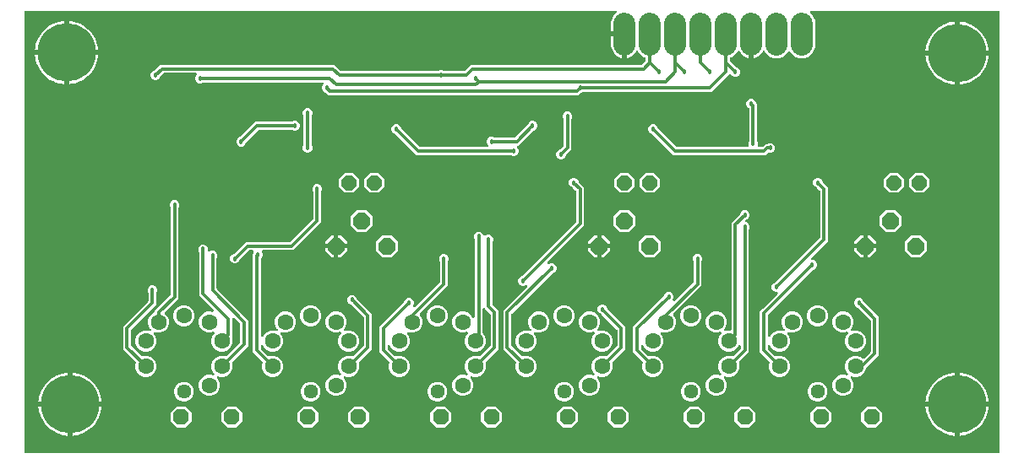
<source format=gbl>
G04 EAGLE Gerber RS-274X export*
G75*
%MOMM*%
%FSLAX34Y34*%
%LPD*%
%INBottom Copper*%
%IPPOS*%
%AMOC8*
5,1,8,0,0,1.08239X$1,22.5*%
G01*
%ADD10C,1.440000*%
%ADD11C,1.600000*%
%ADD12C,2.160000*%
%ADD13C,5.842000*%
%ADD14P,1.583577X8X22.500000*%
%ADD15P,1.732040X8X22.500000*%
%ADD16P,1.814519X8X22.500000*%
%ADD17C,0.457200*%
%ADD18C,0.304800*%

G36*
X984368Y8271D02*
X984368Y8271D01*
X984487Y8278D01*
X984525Y8291D01*
X984566Y8296D01*
X984676Y8339D01*
X984789Y8376D01*
X984824Y8398D01*
X984861Y8413D01*
X984957Y8483D01*
X985058Y8546D01*
X985086Y8576D01*
X985119Y8599D01*
X985195Y8691D01*
X985276Y8778D01*
X985296Y8813D01*
X985321Y8844D01*
X985372Y8952D01*
X985430Y9056D01*
X985440Y9096D01*
X985457Y9132D01*
X985479Y9249D01*
X985509Y9364D01*
X985513Y9425D01*
X985517Y9445D01*
X985515Y9465D01*
X985519Y9525D01*
X985519Y450850D01*
X985504Y450968D01*
X985497Y451087D01*
X985484Y451125D01*
X985479Y451166D01*
X985436Y451276D01*
X985399Y451389D01*
X985377Y451424D01*
X985362Y451461D01*
X985293Y451557D01*
X985229Y451658D01*
X985199Y451686D01*
X985176Y451719D01*
X985084Y451795D01*
X984997Y451876D01*
X984962Y451896D01*
X984931Y451921D01*
X984823Y451972D01*
X984719Y452030D01*
X984679Y452040D01*
X984643Y452057D01*
X984526Y452079D01*
X984411Y452109D01*
X984351Y452113D01*
X984331Y452117D01*
X984310Y452115D01*
X984250Y452119D01*
X796637Y452119D01*
X796499Y452102D01*
X796360Y452089D01*
X796341Y452082D01*
X796321Y452079D01*
X796192Y452028D01*
X796061Y451981D01*
X796044Y451970D01*
X796025Y451962D01*
X795913Y451881D01*
X795798Y451803D01*
X795784Y451787D01*
X795768Y451776D01*
X795679Y451668D01*
X795587Y451564D01*
X795578Y451546D01*
X795565Y451531D01*
X795506Y451405D01*
X795443Y451281D01*
X795438Y451261D01*
X795430Y451243D01*
X795404Y451107D01*
X795373Y450971D01*
X795374Y450950D01*
X795370Y450931D01*
X795379Y450792D01*
X795383Y450653D01*
X795388Y450633D01*
X795390Y450613D01*
X795432Y450481D01*
X795471Y450347D01*
X795481Y450330D01*
X795488Y450311D01*
X795562Y450193D01*
X795633Y450073D01*
X795651Y450052D01*
X795658Y450042D01*
X795673Y450028D01*
X795739Y449953D01*
X798710Y446982D01*
X800741Y442079D01*
X800741Y415171D01*
X798710Y410268D01*
X794957Y406515D01*
X790054Y404484D01*
X784746Y404484D01*
X779843Y406515D01*
X776090Y410268D01*
X775873Y410794D01*
X775804Y410915D01*
X775739Y411037D01*
X775725Y411052D01*
X775715Y411070D01*
X775618Y411170D01*
X775525Y411273D01*
X775508Y411284D01*
X775494Y411298D01*
X775375Y411371D01*
X775259Y411447D01*
X775240Y411454D01*
X775223Y411464D01*
X775090Y411505D01*
X774958Y411551D01*
X774938Y411552D01*
X774919Y411558D01*
X774780Y411565D01*
X774641Y411576D01*
X774621Y411572D01*
X774601Y411573D01*
X774465Y411545D01*
X774328Y411521D01*
X774309Y411513D01*
X774290Y411509D01*
X774165Y411448D01*
X774038Y411391D01*
X774022Y411378D01*
X774004Y411369D01*
X773898Y411279D01*
X773790Y411192D01*
X773777Y411176D01*
X773762Y411163D01*
X773682Y411049D01*
X773598Y410938D01*
X773586Y410913D01*
X773579Y410903D01*
X773572Y410884D01*
X773527Y410794D01*
X773310Y410268D01*
X769557Y406515D01*
X764654Y404484D01*
X759346Y404484D01*
X754443Y406515D01*
X750690Y410268D01*
X750413Y410938D01*
X750369Y411015D01*
X750333Y411098D01*
X750290Y411153D01*
X750255Y411214D01*
X750193Y411278D01*
X750138Y411349D01*
X750083Y411392D01*
X750034Y411442D01*
X749958Y411489D01*
X749887Y411544D01*
X749823Y411572D01*
X749763Y411608D01*
X749677Y411635D01*
X749595Y411670D01*
X749526Y411681D01*
X749459Y411702D01*
X749370Y411706D01*
X749281Y411720D01*
X749212Y411714D01*
X749141Y411717D01*
X749054Y411699D01*
X748965Y411691D01*
X748899Y411667D01*
X748830Y411653D01*
X748749Y411614D01*
X748665Y411583D01*
X748607Y411544D01*
X748544Y411513D01*
X748476Y411455D01*
X748402Y411405D01*
X748356Y411352D01*
X748302Y411307D01*
X748251Y411234D01*
X748191Y411167D01*
X748128Y411059D01*
X748119Y411047D01*
X748117Y411041D01*
X748109Y411028D01*
X748010Y410833D01*
X746776Y409134D01*
X745291Y407649D01*
X743592Y406415D01*
X741721Y405462D01*
X739724Y404813D01*
X739139Y404720D01*
X739139Y427355D01*
X739124Y427473D01*
X739117Y427592D01*
X739104Y427630D01*
X739099Y427670D01*
X739056Y427781D01*
X739019Y427894D01*
X738997Y427928D01*
X738982Y427966D01*
X738912Y428062D01*
X738849Y428163D01*
X738819Y428191D01*
X738795Y428223D01*
X738704Y428299D01*
X738617Y428381D01*
X738582Y428400D01*
X738551Y428426D01*
X738443Y428477D01*
X738339Y428534D01*
X738299Y428545D01*
X738263Y428562D01*
X738146Y428584D01*
X738031Y428614D01*
X737970Y428618D01*
X737950Y428622D01*
X737930Y428620D01*
X737870Y428624D01*
X735330Y428624D01*
X735212Y428609D01*
X735093Y428602D01*
X735055Y428589D01*
X735014Y428584D01*
X734904Y428540D01*
X734791Y428504D01*
X734756Y428482D01*
X734719Y428467D01*
X734623Y428397D01*
X734522Y428334D01*
X734494Y428304D01*
X734461Y428280D01*
X734386Y428189D01*
X734304Y428102D01*
X734284Y428067D01*
X734259Y428035D01*
X734208Y427928D01*
X734150Y427823D01*
X734140Y427784D01*
X734123Y427748D01*
X734101Y427631D01*
X734071Y427516D01*
X734067Y427455D01*
X734063Y427435D01*
X734065Y427415D01*
X734061Y427355D01*
X734061Y404720D01*
X733476Y404813D01*
X731479Y405462D01*
X729608Y406415D01*
X727909Y407649D01*
X726424Y409134D01*
X725190Y410833D01*
X725091Y411028D01*
X725040Y411102D01*
X724998Y411181D01*
X724951Y411233D01*
X724912Y411291D01*
X724845Y411350D01*
X724784Y411417D01*
X724726Y411455D01*
X724673Y411501D01*
X724593Y411542D01*
X724519Y411591D01*
X724452Y411614D01*
X724390Y411646D01*
X724303Y411665D01*
X724218Y411695D01*
X724148Y411700D01*
X724080Y411715D01*
X723990Y411713D01*
X723901Y411720D01*
X723832Y411708D01*
X723762Y411706D01*
X723676Y411681D01*
X723588Y411665D01*
X723524Y411637D01*
X723456Y411617D01*
X723379Y411572D01*
X723298Y411535D01*
X723243Y411491D01*
X723182Y411455D01*
X723119Y411392D01*
X723049Y411336D01*
X723007Y411280D01*
X722957Y411231D01*
X722912Y411153D01*
X722858Y411082D01*
X722803Y410970D01*
X722795Y410957D01*
X722793Y410951D01*
X722787Y410938D01*
X722510Y410268D01*
X718757Y406515D01*
X716048Y405393D01*
X716023Y405379D01*
X715995Y405370D01*
X715885Y405300D01*
X715772Y405236D01*
X715751Y405215D01*
X715726Y405199D01*
X715637Y405105D01*
X715544Y405014D01*
X715528Y404989D01*
X715508Y404968D01*
X715445Y404854D01*
X715377Y404743D01*
X715369Y404715D01*
X715354Y404689D01*
X715322Y404564D01*
X715284Y404439D01*
X715282Y404410D01*
X715275Y404381D01*
X715265Y404221D01*
X715265Y402259D01*
X715277Y402161D01*
X715280Y402062D01*
X715297Y402004D01*
X715305Y401944D01*
X715341Y401852D01*
X715369Y401757D01*
X715399Y401705D01*
X715422Y401648D01*
X715480Y401568D01*
X715530Y401483D01*
X715596Y401407D01*
X715608Y401391D01*
X715618Y401383D01*
X715636Y401362D01*
X721441Y395557D01*
X721448Y395552D01*
X721454Y395544D01*
X721573Y395455D01*
X721692Y395362D01*
X721701Y395359D01*
X721708Y395353D01*
X721853Y395282D01*
X723459Y394617D01*
X724817Y393259D01*
X725552Y391485D01*
X725552Y389565D01*
X724817Y387791D01*
X723459Y386433D01*
X721685Y385698D01*
X719765Y385698D01*
X717991Y386433D01*
X716623Y387801D01*
X716610Y387836D01*
X716549Y387927D01*
X716494Y388022D01*
X716460Y388058D01*
X716432Y388099D01*
X716349Y388172D01*
X716273Y388251D01*
X716230Y388277D01*
X716193Y388310D01*
X716095Y388360D01*
X716002Y388417D01*
X715954Y388432D01*
X715910Y388454D01*
X715803Y388478D01*
X715698Y388511D01*
X715648Y388513D01*
X715600Y388524D01*
X715490Y388521D01*
X715380Y388526D01*
X715331Y388516D01*
X715282Y388514D01*
X715176Y388484D01*
X715069Y388462D01*
X715024Y388440D01*
X714976Y388426D01*
X714882Y388370D01*
X714783Y388322D01*
X714745Y388290D01*
X714702Y388264D01*
X714581Y388158D01*
X697009Y370585D01*
X568202Y370585D01*
X568193Y370584D01*
X568184Y370585D01*
X568035Y370564D01*
X567887Y370545D01*
X567878Y370542D01*
X567869Y370541D01*
X567716Y370489D01*
X566278Y369893D01*
X566270Y369888D01*
X566261Y369886D01*
X566209Y369855D01*
X566159Y369835D01*
X566092Y369787D01*
X566002Y369735D01*
X565995Y369729D01*
X565987Y369724D01*
X565866Y369618D01*
X563659Y367410D01*
X312641Y367410D01*
X310434Y369618D01*
X310427Y369623D01*
X310421Y369631D01*
X310331Y369698D01*
X310277Y369749D01*
X310235Y369772D01*
X310183Y369813D01*
X310174Y369816D01*
X310167Y369822D01*
X310022Y369893D01*
X308416Y370558D01*
X307058Y371916D01*
X306323Y373690D01*
X306323Y375610D01*
X307058Y377384D01*
X307617Y377944D01*
X307702Y378053D01*
X307791Y378160D01*
X307800Y378179D01*
X307812Y378195D01*
X307868Y378323D01*
X307927Y378448D01*
X307931Y378468D01*
X307939Y378487D01*
X307961Y378625D01*
X307987Y378761D01*
X307985Y378781D01*
X307989Y378801D01*
X307976Y378940D01*
X307967Y379078D01*
X307961Y379097D01*
X307959Y379117D01*
X307912Y379248D01*
X307869Y379380D01*
X307858Y379398D01*
X307851Y379417D01*
X307773Y379531D01*
X307699Y379649D01*
X307684Y379663D01*
X307673Y379680D01*
X307569Y379772D01*
X307467Y379867D01*
X307449Y379877D01*
X307434Y379890D01*
X307311Y379953D01*
X307189Y380021D01*
X307169Y380026D01*
X307151Y380035D01*
X307015Y380065D01*
X306881Y380100D01*
X306853Y380102D01*
X306841Y380105D01*
X306820Y380104D01*
X306720Y380110D01*
X187202Y380110D01*
X187193Y380109D01*
X187184Y380110D01*
X187035Y380089D01*
X186887Y380070D01*
X186878Y380067D01*
X186869Y380066D01*
X186716Y380014D01*
X185110Y379348D01*
X183190Y379348D01*
X181416Y380083D01*
X180058Y381441D01*
X179323Y383215D01*
X179323Y385135D01*
X180058Y386909D01*
X180617Y387469D01*
X180702Y387578D01*
X180791Y387685D01*
X180800Y387704D01*
X180812Y387720D01*
X180868Y387848D01*
X180927Y387973D01*
X180931Y387993D01*
X180939Y388012D01*
X180961Y388150D01*
X180987Y388286D01*
X180985Y388306D01*
X180989Y388326D01*
X180976Y388465D01*
X180967Y388603D01*
X180961Y388622D01*
X180959Y388642D01*
X180912Y388773D01*
X180869Y388905D01*
X180858Y388923D01*
X180851Y388942D01*
X180773Y389056D01*
X180699Y389174D01*
X180684Y389188D01*
X180673Y389205D01*
X180569Y389297D01*
X180467Y389392D01*
X180449Y389402D01*
X180434Y389415D01*
X180311Y389478D01*
X180189Y389546D01*
X180169Y389551D01*
X180151Y389560D01*
X180015Y389590D01*
X179881Y389625D01*
X179853Y389627D01*
X179841Y389630D01*
X179820Y389629D01*
X179720Y389635D01*
X148259Y389635D01*
X148161Y389623D01*
X148062Y389620D01*
X148004Y389603D01*
X147944Y389595D01*
X147852Y389559D01*
X147757Y389531D01*
X147705Y389501D01*
X147648Y389478D01*
X147568Y389420D01*
X147483Y389370D01*
X147407Y389304D01*
X147391Y389292D01*
X147383Y389282D01*
X147362Y389264D01*
X144732Y386634D01*
X144727Y386627D01*
X144719Y386621D01*
X144630Y386502D01*
X144537Y386383D01*
X144534Y386374D01*
X144528Y386367D01*
X144457Y386222D01*
X143792Y384616D01*
X142434Y383258D01*
X140660Y382523D01*
X138740Y382523D01*
X136966Y383258D01*
X135608Y384616D01*
X134873Y386390D01*
X134873Y388310D01*
X135608Y390084D01*
X136966Y391442D01*
X138572Y392107D01*
X138580Y392112D01*
X138589Y392114D01*
X138718Y392191D01*
X138848Y392265D01*
X138855Y392271D01*
X138863Y392276D01*
X138984Y392382D01*
X144366Y397765D01*
X319184Y397765D01*
X325162Y391786D01*
X325240Y391726D01*
X325312Y391658D01*
X325365Y391629D01*
X325413Y391592D01*
X325504Y391552D01*
X325591Y391504D01*
X325649Y391489D01*
X325705Y391465D01*
X325803Y391450D01*
X325899Y391425D01*
X325999Y391419D01*
X326019Y391415D01*
X326031Y391417D01*
X326059Y391415D01*
X422398Y391415D01*
X422407Y391416D01*
X422416Y391415D01*
X422565Y391436D01*
X422713Y391455D01*
X422722Y391458D01*
X422731Y391459D01*
X422884Y391511D01*
X424490Y392177D01*
X426410Y392177D01*
X428016Y391511D01*
X428025Y391509D01*
X428034Y391504D01*
X428179Y391467D01*
X428323Y391427D01*
X428332Y391427D01*
X428341Y391425D01*
X428502Y391415D01*
X448641Y391415D01*
X448739Y391427D01*
X448838Y391430D01*
X448896Y391447D01*
X448956Y391455D01*
X449048Y391491D01*
X449143Y391519D01*
X449195Y391549D01*
X449252Y391572D01*
X449332Y391630D01*
X449417Y391680D01*
X449493Y391746D01*
X449509Y391758D01*
X449517Y391768D01*
X449538Y391786D01*
X455516Y397765D01*
X626441Y397765D01*
X626539Y397777D01*
X626638Y397780D01*
X626696Y397797D01*
X626756Y397805D01*
X626848Y397841D01*
X626943Y397869D01*
X626995Y397899D01*
X627052Y397922D01*
X627132Y397980D01*
X627217Y398030D01*
X627293Y398096D01*
X627309Y398108D01*
X627317Y398118D01*
X627338Y398136D01*
X630564Y401362D01*
X630624Y401440D01*
X630692Y401512D01*
X630721Y401565D01*
X630758Y401613D01*
X630798Y401704D01*
X630846Y401791D01*
X630861Y401849D01*
X630885Y401905D01*
X630900Y402003D01*
X630925Y402099D01*
X630931Y402199D01*
X630935Y402219D01*
X630933Y402231D01*
X630935Y402259D01*
X630935Y404221D01*
X630932Y404250D01*
X630934Y404279D01*
X630912Y404408D01*
X630895Y404536D01*
X630885Y404564D01*
X630880Y404593D01*
X630826Y404711D01*
X630778Y404832D01*
X630761Y404856D01*
X630749Y404883D01*
X630668Y404984D01*
X630592Y405089D01*
X630569Y405108D01*
X630550Y405131D01*
X630447Y405209D01*
X630347Y405292D01*
X630320Y405305D01*
X630296Y405322D01*
X630152Y405393D01*
X627443Y406515D01*
X623690Y410268D01*
X623413Y410938D01*
X623369Y411015D01*
X623333Y411098D01*
X623290Y411153D01*
X623255Y411214D01*
X623193Y411278D01*
X623138Y411349D01*
X623083Y411392D01*
X623034Y411442D01*
X622958Y411489D01*
X622887Y411544D01*
X622823Y411572D01*
X622763Y411608D01*
X622677Y411635D01*
X622595Y411670D01*
X622526Y411681D01*
X622459Y411702D01*
X622370Y411706D01*
X622281Y411720D01*
X622212Y411714D01*
X622141Y411717D01*
X622054Y411699D01*
X621965Y411691D01*
X621899Y411667D01*
X621830Y411653D01*
X621749Y411614D01*
X621665Y411583D01*
X621607Y411544D01*
X621544Y411513D01*
X621476Y411455D01*
X621402Y411405D01*
X621356Y411352D01*
X621302Y411307D01*
X621251Y411234D01*
X621191Y411167D01*
X621128Y411059D01*
X621119Y411047D01*
X621117Y411041D01*
X621109Y411028D01*
X621010Y410833D01*
X619776Y409134D01*
X618291Y407649D01*
X616592Y406415D01*
X614721Y405462D01*
X612724Y404813D01*
X612139Y404720D01*
X612139Y427355D01*
X612124Y427473D01*
X612117Y427592D01*
X612104Y427630D01*
X612099Y427670D01*
X612056Y427781D01*
X612019Y427894D01*
X611997Y427928D01*
X611982Y427966D01*
X611912Y428062D01*
X611849Y428163D01*
X611819Y428191D01*
X611795Y428223D01*
X611704Y428299D01*
X611617Y428381D01*
X611582Y428400D01*
X611551Y428426D01*
X611443Y428477D01*
X611339Y428534D01*
X611299Y428545D01*
X611263Y428562D01*
X611146Y428584D01*
X611031Y428614D01*
X610970Y428618D01*
X610950Y428622D01*
X610930Y428620D01*
X610870Y428624D01*
X609599Y428624D01*
X609599Y429895D01*
X609584Y430013D01*
X609577Y430132D01*
X609564Y430170D01*
X609559Y430210D01*
X609515Y430321D01*
X609479Y430434D01*
X609457Y430469D01*
X609442Y430506D01*
X609372Y430602D01*
X609309Y430703D01*
X609279Y430731D01*
X609255Y430764D01*
X609164Y430839D01*
X609077Y430921D01*
X609042Y430941D01*
X609010Y430966D01*
X608903Y431017D01*
X608798Y431075D01*
X608759Y431085D01*
X608723Y431102D01*
X608606Y431124D01*
X608491Y431154D01*
X608430Y431158D01*
X608410Y431162D01*
X608390Y431160D01*
X608330Y431164D01*
X596259Y431164D01*
X596259Y440475D01*
X596588Y442549D01*
X597237Y444546D01*
X598190Y446417D01*
X599424Y448116D01*
X600909Y449601D01*
X601215Y449823D01*
X601273Y449878D01*
X601338Y449924D01*
X601389Y449986D01*
X601447Y450041D01*
X601490Y450108D01*
X601541Y450169D01*
X601575Y450242D01*
X601618Y450309D01*
X601642Y450385D01*
X601676Y450457D01*
X601691Y450536D01*
X601716Y450612D01*
X601721Y450691D01*
X601736Y450770D01*
X601731Y450849D01*
X601736Y450929D01*
X601721Y451007D01*
X601716Y451087D01*
X601691Y451163D01*
X601677Y451242D01*
X601643Y451314D01*
X601618Y451389D01*
X601575Y451457D01*
X601541Y451529D01*
X601491Y451591D01*
X601448Y451658D01*
X601390Y451713D01*
X601339Y451775D01*
X601274Y451821D01*
X601216Y451876D01*
X601146Y451915D01*
X601082Y451962D01*
X601008Y451991D01*
X600938Y452030D01*
X600860Y452050D01*
X600786Y452079D01*
X600707Y452089D01*
X600630Y452109D01*
X600472Y452119D01*
X600471Y452119D01*
X600470Y452119D01*
X600469Y452119D01*
X9525Y452119D01*
X9407Y452104D01*
X9288Y452097D01*
X9250Y452084D01*
X9209Y452079D01*
X9099Y452036D01*
X8986Y451999D01*
X8951Y451977D01*
X8914Y451962D01*
X8818Y451893D01*
X8717Y451829D01*
X8689Y451799D01*
X8656Y451776D01*
X8581Y451684D01*
X8499Y451597D01*
X8479Y451562D01*
X8454Y451531D01*
X8403Y451423D01*
X8345Y451319D01*
X8335Y451279D01*
X8318Y451243D01*
X8296Y451126D01*
X8266Y451011D01*
X8262Y450951D01*
X8258Y450931D01*
X8260Y450910D01*
X8256Y450850D01*
X8256Y9525D01*
X8271Y9407D01*
X8278Y9288D01*
X8291Y9250D01*
X8296Y9209D01*
X8339Y9099D01*
X8376Y8986D01*
X8398Y8951D01*
X8413Y8914D01*
X8483Y8818D01*
X8546Y8717D01*
X8576Y8689D01*
X8599Y8656D01*
X8691Y8581D01*
X8778Y8499D01*
X8813Y8479D01*
X8844Y8454D01*
X8952Y8403D01*
X9056Y8345D01*
X9096Y8335D01*
X9132Y8318D01*
X9249Y8296D01*
X9364Y8266D01*
X9425Y8262D01*
X9445Y8258D01*
X9465Y8260D01*
X9525Y8256D01*
X984250Y8256D01*
X984368Y8271D01*
G37*
%LPC*%
G36*
X699578Y65659D02*
X699578Y65659D01*
X695704Y67264D01*
X692739Y70229D01*
X691134Y74103D01*
X691134Y78297D01*
X692739Y82171D01*
X695704Y85136D01*
X699578Y86741D01*
X703772Y86741D01*
X705056Y86209D01*
X705123Y86190D01*
X705188Y86163D01*
X705276Y86148D01*
X705363Y86125D01*
X705433Y86124D01*
X705502Y86113D01*
X705591Y86121D01*
X705681Y86120D01*
X705749Y86136D01*
X705818Y86143D01*
X705903Y86173D01*
X705990Y86194D01*
X706052Y86226D01*
X706118Y86250D01*
X706192Y86301D01*
X706271Y86343D01*
X706323Y86390D01*
X706381Y86429D01*
X706440Y86496D01*
X706507Y86557D01*
X706545Y86615D01*
X706591Y86667D01*
X706632Y86747D01*
X706681Y86822D01*
X706704Y86888D01*
X706736Y86950D01*
X706755Y87038D01*
X706785Y87123D01*
X706790Y87193D01*
X706805Y87261D01*
X706803Y87350D01*
X706810Y87440D01*
X706798Y87509D01*
X706796Y87579D01*
X706771Y87665D01*
X706755Y87753D01*
X706727Y87817D01*
X706707Y87884D01*
X706662Y87961D01*
X706625Y88043D01*
X706581Y88098D01*
X706546Y88158D01*
X706439Y88279D01*
X705439Y89279D01*
X703834Y93153D01*
X703834Y97347D01*
X705439Y101221D01*
X708404Y104186D01*
X712278Y105791D01*
X716472Y105791D01*
X717594Y105326D01*
X717623Y105318D01*
X717649Y105305D01*
X717776Y105276D01*
X717901Y105242D01*
X717931Y105241D01*
X717959Y105235D01*
X718089Y105239D01*
X718219Y105237D01*
X718248Y105244D01*
X718277Y105245D01*
X718402Y105281D01*
X718528Y105311D01*
X718554Y105325D01*
X718583Y105333D01*
X718694Y105399D01*
X718809Y105460D01*
X718831Y105480D01*
X718857Y105494D01*
X718977Y105601D01*
X725814Y112437D01*
X725874Y112515D01*
X725942Y112587D01*
X725971Y112640D01*
X726008Y112688D01*
X726048Y112779D01*
X726096Y112866D01*
X726111Y112924D01*
X726135Y112980D01*
X726150Y113078D01*
X726175Y113174D01*
X726181Y113274D01*
X726185Y113294D01*
X726183Y113306D01*
X726185Y113334D01*
X726185Y115237D01*
X726177Y115307D01*
X726178Y115376D01*
X726157Y115464D01*
X726145Y115553D01*
X726120Y115618D01*
X726103Y115686D01*
X726061Y115765D01*
X726028Y115849D01*
X725987Y115905D01*
X725955Y115967D01*
X725894Y116033D01*
X725842Y116106D01*
X725788Y116150D01*
X725741Y116202D01*
X725666Y116251D01*
X725597Y116309D01*
X725533Y116338D01*
X725475Y116377D01*
X725390Y116406D01*
X725309Y116444D01*
X725240Y116457D01*
X725174Y116480D01*
X725085Y116487D01*
X724997Y116504D01*
X724927Y116500D01*
X724857Y116505D01*
X724769Y116490D01*
X724679Y116484D01*
X724613Y116463D01*
X724544Y116451D01*
X724462Y116414D01*
X724377Y116386D01*
X724318Y116349D01*
X724254Y116320D01*
X724184Y116264D01*
X724108Y116216D01*
X724060Y116165D01*
X724006Y116122D01*
X723951Y116050D01*
X723890Y115984D01*
X723856Y115923D01*
X723814Y115868D01*
X723743Y115723D01*
X723311Y114679D01*
X720346Y111714D01*
X716472Y110109D01*
X712278Y110109D01*
X708404Y111714D01*
X705439Y114679D01*
X703834Y118553D01*
X703834Y122747D01*
X705439Y126621D01*
X706439Y127621D01*
X706482Y127676D01*
X706532Y127725D01*
X706579Y127802D01*
X706634Y127872D01*
X706662Y127936D01*
X706698Y127996D01*
X706725Y128082D01*
X706761Y128164D01*
X706772Y128233D01*
X706792Y128300D01*
X706796Y128389D01*
X706810Y128478D01*
X706804Y128548D01*
X706807Y128618D01*
X706789Y128705D01*
X706781Y128795D01*
X706757Y128861D01*
X706743Y128929D01*
X706704Y129010D01*
X706673Y129094D01*
X706634Y129152D01*
X706603Y129215D01*
X706545Y129283D01*
X706494Y129357D01*
X706442Y129404D01*
X706397Y129457D01*
X706323Y129508D01*
X706256Y129568D01*
X706194Y129600D01*
X706137Y129640D01*
X706053Y129672D01*
X705973Y129713D01*
X705905Y129728D01*
X705839Y129753D01*
X705750Y129763D01*
X705663Y129782D01*
X705593Y129780D01*
X705523Y129788D01*
X705434Y129775D01*
X705345Y129773D01*
X705278Y129753D01*
X705208Y129743D01*
X705056Y129691D01*
X703772Y129159D01*
X699578Y129159D01*
X695704Y130764D01*
X692739Y133729D01*
X691134Y137603D01*
X691134Y141797D01*
X692739Y145671D01*
X695704Y148636D01*
X699578Y150241D01*
X703772Y150241D01*
X707646Y148636D01*
X710611Y145671D01*
X712216Y141797D01*
X712216Y137603D01*
X710611Y133729D01*
X709611Y132729D01*
X709568Y132674D01*
X709518Y132625D01*
X709471Y132548D01*
X709416Y132478D01*
X709388Y132414D01*
X709352Y132354D01*
X709325Y132268D01*
X709289Y132186D01*
X709278Y132117D01*
X709258Y132050D01*
X709254Y131961D01*
X709240Y131872D01*
X709246Y131802D01*
X709243Y131732D01*
X709261Y131645D01*
X709269Y131555D01*
X709293Y131489D01*
X709307Y131421D01*
X709346Y131340D01*
X709377Y131256D01*
X709416Y131198D01*
X709447Y131135D01*
X709505Y131067D01*
X709556Y130993D01*
X709608Y130946D01*
X709653Y130893D01*
X709727Y130842D01*
X709794Y130782D01*
X709856Y130750D01*
X709913Y130710D01*
X709997Y130678D01*
X710077Y130637D01*
X710145Y130622D01*
X710211Y130597D01*
X710300Y130587D01*
X710387Y130568D01*
X710457Y130570D01*
X710527Y130562D01*
X710616Y130575D01*
X710705Y130577D01*
X710772Y130597D01*
X710842Y130607D01*
X710994Y130659D01*
X712278Y131191D01*
X715391Y131191D01*
X715509Y131206D01*
X715628Y131213D01*
X715666Y131226D01*
X715707Y131231D01*
X715817Y131274D01*
X715930Y131311D01*
X715965Y131333D01*
X716002Y131348D01*
X716098Y131417D01*
X716199Y131481D01*
X716227Y131511D01*
X716260Y131534D01*
X716336Y131626D01*
X716417Y131713D01*
X716437Y131748D01*
X716462Y131779D01*
X716513Y131887D01*
X716571Y131991D01*
X716581Y132031D01*
X716598Y132067D01*
X716620Y132184D01*
X716650Y132299D01*
X716654Y132359D01*
X716658Y132379D01*
X716656Y132400D01*
X716660Y132460D01*
X716660Y239206D01*
X725218Y247763D01*
X725223Y247771D01*
X725231Y247777D01*
X725320Y247895D01*
X725413Y248015D01*
X725416Y248023D01*
X725422Y248031D01*
X725493Y248175D01*
X726158Y249781D01*
X727516Y251139D01*
X729290Y251874D01*
X731210Y251874D01*
X732984Y251139D01*
X734342Y249781D01*
X735077Y248008D01*
X735077Y246087D01*
X734342Y244313D01*
X732984Y242955D01*
X731378Y242290D01*
X731370Y242285D01*
X731361Y242283D01*
X731232Y242207D01*
X731102Y242133D01*
X731095Y242126D01*
X731087Y242121D01*
X730966Y242015D01*
X730798Y241847D01*
X730768Y241808D01*
X730731Y241774D01*
X730670Y241683D01*
X730603Y241596D01*
X730583Y241550D01*
X730556Y241509D01*
X730520Y241405D01*
X730477Y241304D01*
X730469Y241255D01*
X730453Y241208D01*
X730444Y241098D01*
X730427Y240990D01*
X730432Y240940D01*
X730428Y240891D01*
X730446Y240783D01*
X730457Y240673D01*
X730474Y240626D01*
X730482Y240577D01*
X730527Y240477D01*
X730564Y240374D01*
X730592Y240333D01*
X730613Y240287D01*
X730681Y240202D01*
X730743Y240111D01*
X730780Y240078D01*
X730811Y240039D01*
X730899Y239973D01*
X730981Y239900D01*
X731026Y239878D01*
X731065Y239848D01*
X731210Y239777D01*
X732984Y239042D01*
X734342Y237684D01*
X735077Y235910D01*
X735077Y233990D01*
X734411Y232384D01*
X734409Y232375D01*
X734404Y232366D01*
X734367Y232221D01*
X734327Y232077D01*
X734327Y232067D01*
X734325Y232058D01*
X734315Y231898D01*
X734315Y109441D01*
X724726Y99852D01*
X724708Y99829D01*
X724685Y99810D01*
X724611Y99704D01*
X724531Y99601D01*
X724519Y99574D01*
X724502Y99550D01*
X724456Y99429D01*
X724405Y99309D01*
X724400Y99280D01*
X724389Y99253D01*
X724375Y99124D01*
X724355Y98995D01*
X724358Y98966D01*
X724354Y98937D01*
X724372Y98808D01*
X724385Y98679D01*
X724395Y98651D01*
X724399Y98622D01*
X724451Y98469D01*
X724916Y97347D01*
X724916Y93153D01*
X723311Y89279D01*
X720346Y86314D01*
X716472Y84709D01*
X712278Y84709D01*
X710994Y85241D01*
X710927Y85260D01*
X710862Y85287D01*
X710774Y85302D01*
X710687Y85325D01*
X710617Y85326D01*
X710548Y85337D01*
X710459Y85329D01*
X710369Y85330D01*
X710301Y85314D01*
X710232Y85307D01*
X710147Y85277D01*
X710060Y85256D01*
X709998Y85224D01*
X709932Y85200D01*
X709858Y85149D01*
X709779Y85107D01*
X709727Y85060D01*
X709669Y85021D01*
X709610Y84954D01*
X709543Y84893D01*
X709505Y84835D01*
X709459Y84783D01*
X709418Y84703D01*
X709369Y84628D01*
X709346Y84562D01*
X709314Y84500D01*
X709295Y84412D01*
X709265Y84327D01*
X709260Y84257D01*
X709245Y84189D01*
X709247Y84100D01*
X709240Y84010D01*
X709252Y83941D01*
X709254Y83871D01*
X709279Y83785D01*
X709295Y83697D01*
X709323Y83633D01*
X709343Y83566D01*
X709388Y83489D01*
X709425Y83407D01*
X709469Y83352D01*
X709504Y83292D01*
X709611Y83171D01*
X710611Y82171D01*
X712216Y78297D01*
X712216Y74103D01*
X710611Y70229D01*
X707646Y67264D01*
X703772Y65659D01*
X699578Y65659D01*
G37*
%LPD*%
%LPC*%
G36*
X191578Y65659D02*
X191578Y65659D01*
X187704Y67264D01*
X184739Y70229D01*
X183134Y74103D01*
X183134Y78297D01*
X184739Y82171D01*
X187704Y85136D01*
X191578Y86741D01*
X195772Y86741D01*
X197056Y86209D01*
X197123Y86190D01*
X197188Y86163D01*
X197276Y86148D01*
X197363Y86125D01*
X197433Y86124D01*
X197502Y86113D01*
X197591Y86121D01*
X197681Y86120D01*
X197749Y86136D01*
X197818Y86143D01*
X197903Y86173D01*
X197990Y86194D01*
X198052Y86226D01*
X198118Y86250D01*
X198192Y86301D01*
X198271Y86343D01*
X198323Y86390D01*
X198381Y86429D01*
X198440Y86496D01*
X198507Y86557D01*
X198545Y86615D01*
X198591Y86667D01*
X198632Y86747D01*
X198681Y86822D01*
X198704Y86888D01*
X198736Y86950D01*
X198755Y87038D01*
X198785Y87123D01*
X198790Y87193D01*
X198805Y87261D01*
X198803Y87350D01*
X198810Y87440D01*
X198798Y87509D01*
X198796Y87579D01*
X198771Y87665D01*
X198755Y87753D01*
X198727Y87817D01*
X198707Y87884D01*
X198662Y87961D01*
X198625Y88043D01*
X198581Y88098D01*
X198546Y88158D01*
X198439Y88279D01*
X197439Y89279D01*
X195834Y93153D01*
X195834Y97347D01*
X197439Y101221D01*
X200404Y104186D01*
X204278Y105791D01*
X208472Y105791D01*
X209594Y105326D01*
X209623Y105318D01*
X209649Y105305D01*
X209776Y105276D01*
X209901Y105242D01*
X209931Y105241D01*
X209959Y105235D01*
X210089Y105239D01*
X210219Y105237D01*
X210248Y105244D01*
X210277Y105245D01*
X210402Y105281D01*
X210528Y105311D01*
X210554Y105325D01*
X210583Y105333D01*
X210694Y105399D01*
X210809Y105460D01*
X210831Y105480D01*
X210857Y105494D01*
X210977Y105601D01*
X224164Y118787D01*
X224224Y118865D01*
X224292Y118937D01*
X224321Y118990D01*
X224358Y119038D01*
X224398Y119129D01*
X224446Y119216D01*
X224461Y119274D01*
X224485Y119330D01*
X224500Y119428D01*
X224525Y119524D01*
X224531Y119624D01*
X224535Y119644D01*
X224533Y119656D01*
X224535Y119684D01*
X224535Y137491D01*
X224523Y137589D01*
X224520Y137688D01*
X224503Y137746D01*
X224495Y137806D01*
X224459Y137898D01*
X224431Y137993D01*
X224401Y138045D01*
X224378Y138102D01*
X224320Y138182D01*
X224270Y138267D01*
X224204Y138343D01*
X224192Y138359D01*
X224182Y138367D01*
X224164Y138388D01*
X218956Y143595D01*
X218847Y143680D01*
X218740Y143769D01*
X218721Y143778D01*
X218705Y143790D01*
X218577Y143846D01*
X218452Y143905D01*
X218432Y143908D01*
X218413Y143916D01*
X218275Y143938D01*
X218139Y143964D01*
X218119Y143963D01*
X218099Y143966D01*
X217960Y143953D01*
X217822Y143945D01*
X217803Y143938D01*
X217783Y143936D01*
X217651Y143889D01*
X217520Y143847D01*
X217502Y143836D01*
X217483Y143829D01*
X217368Y143751D01*
X217251Y143676D01*
X217237Y143662D01*
X217220Y143650D01*
X217128Y143546D01*
X217033Y143445D01*
X217023Y143427D01*
X217010Y143412D01*
X216946Y143288D01*
X216879Y143166D01*
X216874Y143147D01*
X216865Y143129D01*
X216835Y142993D01*
X216800Y142858D01*
X216798Y142830D01*
X216795Y142818D01*
X216796Y142798D01*
X216790Y142698D01*
X216790Y125316D01*
X216726Y125253D01*
X216708Y125229D01*
X216685Y125210D01*
X216611Y125104D01*
X216531Y125001D01*
X216519Y124974D01*
X216502Y124950D01*
X216456Y124828D01*
X216405Y124709D01*
X216400Y124680D01*
X216389Y124653D01*
X216375Y124523D01*
X216355Y124395D01*
X216358Y124366D01*
X216354Y124337D01*
X216372Y124208D01*
X216385Y124079D01*
X216395Y124051D01*
X216399Y124022D01*
X216451Y123869D01*
X216916Y122747D01*
X216916Y118553D01*
X215311Y114679D01*
X212346Y111714D01*
X208472Y110109D01*
X204278Y110109D01*
X200404Y111714D01*
X197439Y114679D01*
X195834Y118553D01*
X195834Y122747D01*
X197439Y126621D01*
X198439Y127621D01*
X198482Y127676D01*
X198532Y127725D01*
X198579Y127802D01*
X198634Y127872D01*
X198662Y127936D01*
X198698Y127996D01*
X198725Y128082D01*
X198761Y128164D01*
X198772Y128233D01*
X198792Y128300D01*
X198796Y128389D01*
X198810Y128478D01*
X198804Y128548D01*
X198807Y128618D01*
X198789Y128705D01*
X198781Y128795D01*
X198757Y128861D01*
X198743Y128929D01*
X198704Y129010D01*
X198673Y129094D01*
X198634Y129152D01*
X198603Y129215D01*
X198545Y129283D01*
X198494Y129357D01*
X198442Y129404D01*
X198397Y129457D01*
X198323Y129508D01*
X198256Y129568D01*
X198194Y129600D01*
X198137Y129640D01*
X198053Y129672D01*
X197973Y129713D01*
X197905Y129728D01*
X197839Y129753D01*
X197750Y129763D01*
X197663Y129782D01*
X197593Y129780D01*
X197523Y129788D01*
X197434Y129775D01*
X197345Y129773D01*
X197278Y129753D01*
X197208Y129743D01*
X197056Y129691D01*
X195772Y129159D01*
X191578Y129159D01*
X187704Y130764D01*
X184739Y133729D01*
X183134Y137603D01*
X183134Y141797D01*
X184739Y145671D01*
X187704Y148636D01*
X191578Y150241D01*
X195772Y150241D01*
X196430Y149968D01*
X196498Y149949D01*
X196562Y149922D01*
X196651Y149908D01*
X196737Y149884D01*
X196807Y149883D01*
X196876Y149872D01*
X196965Y149880D01*
X197055Y149879D01*
X197123Y149895D01*
X197192Y149902D01*
X197277Y149932D01*
X197364Y149953D01*
X197426Y149986D01*
X197492Y150009D01*
X197566Y150060D01*
X197645Y150102D01*
X197697Y150149D01*
X197755Y150188D01*
X197814Y150255D01*
X197881Y150316D01*
X197919Y150374D01*
X197965Y150426D01*
X198006Y150506D01*
X198056Y150581D01*
X198078Y150647D01*
X198110Y150710D01*
X198130Y150797D01*
X198159Y150882D01*
X198164Y150952D01*
X198180Y151020D01*
X198177Y151110D01*
X198184Y151199D01*
X198172Y151268D01*
X198170Y151338D01*
X198145Y151424D01*
X198130Y151513D01*
X198101Y151576D01*
X198082Y151643D01*
X198036Y151721D01*
X197999Y151803D01*
X197955Y151857D01*
X197920Y151917D01*
X197814Y152038D01*
X183260Y166591D01*
X183260Y209673D01*
X183259Y209682D01*
X183260Y209691D01*
X183239Y209840D01*
X183220Y209988D01*
X183217Y209997D01*
X183216Y210006D01*
X183164Y210159D01*
X182498Y211765D01*
X182498Y213685D01*
X183233Y215459D01*
X184591Y216817D01*
X186365Y217552D01*
X188285Y217552D01*
X190059Y216817D01*
X191417Y215459D01*
X192152Y213685D01*
X192152Y211553D01*
X192158Y211504D01*
X192156Y211454D01*
X192178Y211347D01*
X192192Y211237D01*
X192210Y211191D01*
X192220Y211143D01*
X192268Y211044D01*
X192309Y210942D01*
X192338Y210902D01*
X192360Y210857D01*
X192431Y210773D01*
X192495Y210684D01*
X192534Y210653D01*
X192566Y210615D01*
X192656Y210552D01*
X192740Y210482D01*
X192785Y210460D01*
X192826Y210432D01*
X192929Y210393D01*
X193028Y210346D01*
X193077Y210337D01*
X193123Y210319D01*
X193233Y210307D01*
X193340Y210286D01*
X193390Y210289D01*
X193439Y210284D01*
X193548Y210299D01*
X193658Y210306D01*
X193705Y210321D01*
X193754Y210328D01*
X193907Y210380D01*
X195890Y211202D01*
X197810Y211202D01*
X199584Y210467D01*
X200942Y209109D01*
X201677Y207335D01*
X201677Y205415D01*
X201011Y203809D01*
X201009Y203800D01*
X201004Y203791D01*
X200967Y203646D01*
X200927Y203502D01*
X200927Y203493D01*
X200925Y203484D01*
X200915Y203323D01*
X200915Y173659D01*
X200927Y173561D01*
X200930Y173462D01*
X200947Y173404D01*
X200955Y173344D01*
X200991Y173252D01*
X201019Y173157D01*
X201049Y173105D01*
X201072Y173048D01*
X201130Y172968D01*
X201180Y172883D01*
X201246Y172807D01*
X201258Y172791D01*
X201268Y172783D01*
X201286Y172762D01*
X232665Y141384D01*
X232665Y115791D01*
X216726Y99852D01*
X216708Y99829D01*
X216685Y99810D01*
X216611Y99704D01*
X216531Y99601D01*
X216519Y99574D01*
X216502Y99550D01*
X216456Y99429D01*
X216405Y99309D01*
X216400Y99280D01*
X216389Y99253D01*
X216375Y99124D01*
X216355Y98995D01*
X216358Y98966D01*
X216354Y98937D01*
X216372Y98808D01*
X216385Y98679D01*
X216395Y98651D01*
X216399Y98622D01*
X216451Y98469D01*
X216916Y97347D01*
X216916Y93153D01*
X215311Y89279D01*
X212346Y86314D01*
X208472Y84709D01*
X204278Y84709D01*
X202994Y85241D01*
X202927Y85260D01*
X202862Y85287D01*
X202774Y85302D01*
X202687Y85325D01*
X202617Y85326D01*
X202548Y85337D01*
X202459Y85329D01*
X202369Y85330D01*
X202301Y85314D01*
X202232Y85307D01*
X202147Y85277D01*
X202060Y85256D01*
X201998Y85224D01*
X201932Y85200D01*
X201858Y85149D01*
X201779Y85107D01*
X201727Y85060D01*
X201669Y85021D01*
X201610Y84954D01*
X201543Y84893D01*
X201505Y84835D01*
X201459Y84783D01*
X201418Y84703D01*
X201369Y84628D01*
X201346Y84562D01*
X201314Y84500D01*
X201295Y84412D01*
X201265Y84327D01*
X201260Y84257D01*
X201245Y84189D01*
X201247Y84100D01*
X201240Y84010D01*
X201252Y83941D01*
X201254Y83871D01*
X201279Y83785D01*
X201295Y83697D01*
X201323Y83633D01*
X201343Y83566D01*
X201388Y83489D01*
X201425Y83407D01*
X201469Y83352D01*
X201504Y83292D01*
X201611Y83171D01*
X202611Y82171D01*
X204216Y78297D01*
X204216Y74103D01*
X202611Y70229D01*
X199646Y67264D01*
X195772Y65659D01*
X191578Y65659D01*
G37*
%LPD*%
%LPC*%
G36*
X445578Y65659D02*
X445578Y65659D01*
X441704Y67264D01*
X438739Y70229D01*
X437134Y74103D01*
X437134Y78297D01*
X438739Y82171D01*
X441704Y85136D01*
X445578Y86741D01*
X449772Y86741D01*
X451056Y86209D01*
X451123Y86190D01*
X451187Y86163D01*
X451276Y86148D01*
X451363Y86125D01*
X451433Y86124D01*
X451502Y86113D01*
X451591Y86121D01*
X451681Y86120D01*
X451749Y86136D01*
X451818Y86143D01*
X451903Y86173D01*
X451990Y86194D01*
X452052Y86226D01*
X452117Y86250D01*
X452192Y86301D01*
X452271Y86343D01*
X452323Y86390D01*
X452381Y86429D01*
X452440Y86496D01*
X452507Y86556D01*
X452545Y86615D01*
X452591Y86667D01*
X452632Y86747D01*
X452681Y86822D01*
X452704Y86888D01*
X452736Y86950D01*
X452755Y87038D01*
X452785Y87123D01*
X452790Y87193D01*
X452805Y87261D01*
X452803Y87350D01*
X452810Y87440D01*
X452798Y87509D01*
X452796Y87579D01*
X452771Y87665D01*
X452755Y87753D01*
X452727Y87817D01*
X452707Y87884D01*
X452662Y87961D01*
X452625Y88043D01*
X452581Y88098D01*
X452546Y88158D01*
X452439Y88279D01*
X451439Y89279D01*
X449834Y93153D01*
X449834Y97347D01*
X451439Y101221D01*
X454404Y104186D01*
X458278Y105791D01*
X462472Y105791D01*
X463594Y105326D01*
X463623Y105318D01*
X463649Y105305D01*
X463776Y105276D01*
X463901Y105242D01*
X463931Y105241D01*
X463959Y105235D01*
X464089Y105239D01*
X464219Y105237D01*
X464248Y105244D01*
X464277Y105245D01*
X464402Y105281D01*
X464528Y105311D01*
X464554Y105325D01*
X464583Y105333D01*
X464694Y105399D01*
X464809Y105460D01*
X464831Y105480D01*
X464857Y105494D01*
X464977Y105601D01*
X474989Y115612D01*
X475049Y115690D01*
X475117Y115762D01*
X475146Y115815D01*
X475183Y115863D01*
X475223Y115954D01*
X475271Y116041D01*
X475286Y116099D01*
X475310Y116155D01*
X475325Y116253D01*
X475350Y116349D01*
X475356Y116449D01*
X475360Y116469D01*
X475358Y116481D01*
X475360Y116509D01*
X475360Y147016D01*
X475348Y147114D01*
X475345Y147213D01*
X475328Y147271D01*
X475320Y147331D01*
X475284Y147423D01*
X475256Y147518D01*
X475226Y147571D01*
X475203Y147627D01*
X475145Y147707D01*
X475095Y147792D01*
X475029Y147868D01*
X475017Y147884D01*
X475007Y147892D01*
X474989Y147913D01*
X471763Y151139D01*
X469781Y153120D01*
X469672Y153205D01*
X469565Y153294D01*
X469546Y153303D01*
X469530Y153315D01*
X469402Y153371D01*
X469277Y153430D01*
X469257Y153433D01*
X469238Y153441D01*
X469100Y153463D01*
X468964Y153489D01*
X468944Y153488D01*
X468924Y153491D01*
X468785Y153478D01*
X468647Y153470D01*
X468628Y153463D01*
X468608Y153461D01*
X468476Y153414D01*
X468345Y153372D01*
X468327Y153361D01*
X468308Y153354D01*
X468193Y153276D01*
X468076Y153201D01*
X468062Y153187D01*
X468045Y153175D01*
X467953Y153071D01*
X467858Y152970D01*
X467848Y152952D01*
X467835Y152937D01*
X467771Y152813D01*
X467704Y152691D01*
X467699Y152672D01*
X467690Y152654D01*
X467660Y152518D01*
X467625Y152383D01*
X467623Y152355D01*
X467620Y152343D01*
X467621Y152323D01*
X467615Y152223D01*
X467615Y128843D01*
X467627Y128745D01*
X467630Y128646D01*
X467647Y128587D01*
X467655Y128527D01*
X467691Y128435D01*
X467719Y128340D01*
X467741Y128301D01*
X467743Y128295D01*
X467752Y128282D01*
X467772Y128232D01*
X467830Y128152D01*
X467880Y128066D01*
X467910Y128033D01*
X467914Y128026D01*
X467923Y128018D01*
X467946Y127991D01*
X467958Y127974D01*
X467968Y127967D01*
X467986Y127945D01*
X469311Y126621D01*
X470916Y122747D01*
X470916Y118553D01*
X469311Y114679D01*
X466346Y111714D01*
X462472Y110109D01*
X458278Y110109D01*
X454404Y111714D01*
X451439Y114679D01*
X449834Y118553D01*
X449834Y122747D01*
X451439Y126621D01*
X452439Y127621D01*
X452482Y127676D01*
X452532Y127725D01*
X452579Y127801D01*
X452634Y127872D01*
X452662Y127937D01*
X452698Y127996D01*
X452725Y128082D01*
X452761Y128164D01*
X452772Y128233D01*
X452792Y128300D01*
X452796Y128389D01*
X452810Y128478D01*
X452804Y128548D01*
X452807Y128618D01*
X452789Y128705D01*
X452781Y128795D01*
X452757Y128861D01*
X452743Y128929D01*
X452703Y129010D01*
X452673Y129094D01*
X452634Y129152D01*
X452603Y129215D01*
X452545Y129283D01*
X452494Y129357D01*
X452442Y129404D01*
X452397Y129457D01*
X452323Y129508D01*
X452256Y129568D01*
X452194Y129600D01*
X452137Y129640D01*
X452053Y129672D01*
X451973Y129713D01*
X451905Y129728D01*
X451839Y129753D01*
X451750Y129763D01*
X451662Y129782D01*
X451593Y129780D01*
X451523Y129788D01*
X451434Y129775D01*
X451345Y129773D01*
X451278Y129753D01*
X451208Y129743D01*
X451056Y129691D01*
X449772Y129159D01*
X445578Y129159D01*
X441704Y130764D01*
X438739Y133729D01*
X437134Y137603D01*
X437134Y141797D01*
X438739Y145671D01*
X441704Y148636D01*
X445578Y150241D01*
X449772Y150241D01*
X453646Y148636D01*
X456611Y145671D01*
X457043Y144627D01*
X457078Y144566D01*
X457104Y144501D01*
X457156Y144429D01*
X457201Y144351D01*
X457249Y144301D01*
X457290Y144244D01*
X457360Y144187D01*
X457422Y144122D01*
X457482Y144086D01*
X457535Y144041D01*
X457617Y144003D01*
X457693Y143956D01*
X457760Y143935D01*
X457823Y143906D01*
X457911Y143889D01*
X457997Y143862D01*
X458067Y143859D01*
X458136Y143846D01*
X458225Y143852D01*
X458315Y143847D01*
X458383Y143861D01*
X458453Y143866D01*
X458538Y143893D01*
X458626Y143912D01*
X458689Y143942D01*
X458755Y143964D01*
X458831Y144012D01*
X458912Y144051D01*
X458965Y144097D01*
X459024Y144134D01*
X459086Y144199D01*
X459154Y144258D01*
X459194Y144315D01*
X459242Y144366D01*
X459285Y144444D01*
X459337Y144518D01*
X459362Y144583D01*
X459396Y144644D01*
X459418Y144731D01*
X459450Y144815D01*
X459458Y144885D01*
X459475Y144952D01*
X459485Y145113D01*
X459485Y222373D01*
X459484Y222382D01*
X459485Y222391D01*
X459464Y222540D01*
X459445Y222688D01*
X459442Y222697D01*
X459441Y222706D01*
X459389Y222859D01*
X458723Y224465D01*
X458723Y226385D01*
X459458Y228159D01*
X460816Y229517D01*
X462590Y230252D01*
X464510Y230252D01*
X466284Y229517D01*
X467642Y228159D01*
X468238Y226721D01*
X468262Y226678D01*
X468279Y226631D01*
X468341Y226540D01*
X468395Y226444D01*
X468430Y226409D01*
X468458Y226368D01*
X468540Y226295D01*
X468617Y226216D01*
X468659Y226190D01*
X468696Y226157D01*
X468794Y226107D01*
X468888Y226050D01*
X468935Y226035D01*
X468979Y226013D01*
X469087Y225988D01*
X469192Y225956D01*
X469241Y225954D01*
X469290Y225943D01*
X469400Y225946D01*
X469509Y225941D01*
X469558Y225951D01*
X469608Y225953D01*
X469713Y225983D01*
X469821Y226005D01*
X469865Y226027D01*
X469913Y226041D01*
X470008Y226097D01*
X470106Y226145D01*
X470144Y226177D01*
X470187Y226202D01*
X470308Y226309D01*
X470341Y226342D01*
X472115Y227077D01*
X474035Y227077D01*
X475809Y226342D01*
X477167Y224984D01*
X477902Y223210D01*
X477902Y221290D01*
X477236Y219684D01*
X477234Y219675D01*
X477229Y219666D01*
X477192Y219521D01*
X477152Y219377D01*
X477152Y219367D01*
X477150Y219358D01*
X477140Y219198D01*
X477140Y157784D01*
X477152Y157686D01*
X477155Y157587D01*
X477172Y157529D01*
X477180Y157469D01*
X477216Y157377D01*
X477244Y157282D01*
X477274Y157229D01*
X477297Y157173D01*
X477355Y157093D01*
X477405Y157008D01*
X477471Y156932D01*
X477483Y156916D01*
X477493Y156908D01*
X477511Y156887D01*
X480737Y153661D01*
X483490Y150909D01*
X483490Y112616D01*
X470726Y99852D01*
X470708Y99829D01*
X470685Y99810D01*
X470611Y99704D01*
X470531Y99601D01*
X470519Y99574D01*
X470502Y99550D01*
X470456Y99429D01*
X470405Y99309D01*
X470400Y99280D01*
X470389Y99253D01*
X470375Y99124D01*
X470355Y98995D01*
X470358Y98966D01*
X470354Y98937D01*
X470372Y98808D01*
X470385Y98679D01*
X470395Y98651D01*
X470399Y98622D01*
X470451Y98469D01*
X470916Y97347D01*
X470916Y93153D01*
X469311Y89279D01*
X466346Y86314D01*
X462472Y84709D01*
X458278Y84709D01*
X456994Y85241D01*
X456927Y85260D01*
X456863Y85287D01*
X456774Y85302D01*
X456687Y85325D01*
X456617Y85326D01*
X456548Y85337D01*
X456459Y85329D01*
X456369Y85330D01*
X456301Y85314D01*
X456232Y85307D01*
X456147Y85277D01*
X456060Y85256D01*
X455998Y85224D01*
X455933Y85200D01*
X455858Y85149D01*
X455779Y85107D01*
X455727Y85060D01*
X455669Y85021D01*
X455610Y84954D01*
X455543Y84894D01*
X455505Y84835D01*
X455459Y84783D01*
X455418Y84703D01*
X455369Y84628D01*
X455346Y84562D01*
X455314Y84500D01*
X455295Y84412D01*
X455265Y84327D01*
X455260Y84257D01*
X455245Y84189D01*
X455247Y84100D01*
X455240Y84010D01*
X455252Y83941D01*
X455254Y83871D01*
X455279Y83785D01*
X455295Y83697D01*
X455323Y83633D01*
X455343Y83566D01*
X455388Y83489D01*
X455425Y83407D01*
X455469Y83352D01*
X455504Y83292D01*
X455611Y83171D01*
X456611Y82171D01*
X458216Y78297D01*
X458216Y74103D01*
X456611Y70229D01*
X453646Y67264D01*
X449772Y65659D01*
X445578Y65659D01*
G37*
%LPD*%
%LPC*%
G36*
X763078Y84709D02*
X763078Y84709D01*
X759204Y86314D01*
X756239Y89279D01*
X754634Y93153D01*
X754634Y97347D01*
X755099Y98469D01*
X755107Y98498D01*
X755120Y98524D01*
X755149Y98651D01*
X755183Y98776D01*
X755184Y98806D01*
X755190Y98834D01*
X755186Y98964D01*
X755188Y99094D01*
X755181Y99123D01*
X755180Y99152D01*
X755144Y99277D01*
X755114Y99403D01*
X755100Y99429D01*
X755092Y99458D01*
X755026Y99569D01*
X754965Y99684D01*
X754945Y99706D01*
X754931Y99732D01*
X754824Y99852D01*
X745235Y109441D01*
X745235Y150020D01*
X747988Y152772D01*
X762847Y167632D01*
X762932Y167741D01*
X763021Y167848D01*
X763030Y167867D01*
X763042Y167883D01*
X763098Y168011D01*
X763157Y168136D01*
X763160Y168156D01*
X763168Y168175D01*
X763190Y168313D01*
X763216Y168449D01*
X763215Y168469D01*
X763218Y168489D01*
X763205Y168628D01*
X763197Y168766D01*
X763190Y168785D01*
X763188Y168805D01*
X763141Y168937D01*
X763099Y169068D01*
X763088Y169086D01*
X763081Y169105D01*
X763003Y169220D01*
X762928Y169337D01*
X762914Y169351D01*
X762902Y169368D01*
X762798Y169460D01*
X762697Y169555D01*
X762679Y169565D01*
X762664Y169578D01*
X762540Y169641D01*
X762418Y169709D01*
X762399Y169714D01*
X762381Y169723D01*
X762245Y169753D01*
X762110Y169788D01*
X762082Y169790D01*
X762070Y169793D01*
X762050Y169792D01*
X761950Y169798D01*
X761040Y169798D01*
X759266Y170533D01*
X757908Y171891D01*
X757173Y173665D01*
X757173Y175585D01*
X757908Y177359D01*
X759266Y178717D01*
X760872Y179382D01*
X760880Y179387D01*
X760889Y179389D01*
X761018Y179466D01*
X761148Y179540D01*
X761155Y179546D01*
X761163Y179551D01*
X761284Y179657D01*
X805189Y223562D01*
X805249Y223640D01*
X805317Y223712D01*
X805346Y223765D01*
X805383Y223813D01*
X805423Y223904D01*
X805471Y223991D01*
X805486Y224049D01*
X805510Y224105D01*
X805525Y224203D01*
X805550Y224299D01*
X805556Y224399D01*
X805560Y224419D01*
X805558Y224431D01*
X805560Y224459D01*
X805560Y270841D01*
X805548Y270939D01*
X805545Y271038D01*
X805528Y271096D01*
X805520Y271156D01*
X805484Y271248D01*
X805456Y271343D01*
X805426Y271395D01*
X805403Y271452D01*
X805345Y271532D01*
X805295Y271617D01*
X805229Y271693D01*
X805217Y271709D01*
X805207Y271717D01*
X805189Y271738D01*
X802559Y274368D01*
X802552Y274373D01*
X802546Y274381D01*
X802427Y274470D01*
X802308Y274563D01*
X802299Y274566D01*
X802292Y274572D01*
X802147Y274643D01*
X800541Y275308D01*
X799183Y276666D01*
X798448Y278440D01*
X798448Y280360D01*
X799183Y282134D01*
X800541Y283492D01*
X802315Y284227D01*
X804235Y284227D01*
X806009Y283492D01*
X807367Y282134D01*
X808032Y280528D01*
X808037Y280520D01*
X808039Y280511D01*
X808116Y280382D01*
X808190Y280252D01*
X808196Y280245D01*
X808201Y280237D01*
X808307Y280116D01*
X813690Y274734D01*
X813690Y220566D01*
X796967Y203843D01*
X796882Y203734D01*
X796793Y203627D01*
X796784Y203608D01*
X796772Y203592D01*
X796716Y203464D01*
X796657Y203339D01*
X796654Y203319D01*
X796646Y203300D01*
X796624Y203162D01*
X796598Y203026D01*
X796599Y203006D01*
X796596Y202986D01*
X796609Y202847D01*
X796617Y202709D01*
X796624Y202690D01*
X796626Y202670D01*
X796673Y202538D01*
X796715Y202407D01*
X796726Y202389D01*
X796733Y202370D01*
X796811Y202255D01*
X796886Y202138D01*
X796900Y202124D01*
X796912Y202107D01*
X797016Y202015D01*
X797117Y201920D01*
X797135Y201910D01*
X797150Y201897D01*
X797274Y201833D01*
X797396Y201766D01*
X797415Y201761D01*
X797433Y201752D01*
X797569Y201722D01*
X797704Y201687D01*
X797732Y201685D01*
X797744Y201682D01*
X797764Y201683D01*
X797864Y201677D01*
X798774Y201677D01*
X800548Y200942D01*
X801906Y199584D01*
X802641Y197810D01*
X802641Y195890D01*
X801906Y194116D01*
X800548Y192758D01*
X798942Y192093D01*
X798934Y192088D01*
X798925Y192086D01*
X798796Y192009D01*
X798666Y191935D01*
X798659Y191929D01*
X798651Y191924D01*
X798530Y191818D01*
X753736Y147024D01*
X753676Y146946D01*
X753608Y146874D01*
X753579Y146821D01*
X753542Y146773D01*
X753502Y146682D01*
X753454Y146595D01*
X753439Y146537D01*
X753415Y146481D01*
X753400Y146383D01*
X753375Y146287D01*
X753369Y146187D01*
X753365Y146167D01*
X753367Y146155D01*
X753365Y146127D01*
X753365Y126063D01*
X753373Y125993D01*
X753372Y125924D01*
X753393Y125836D01*
X753405Y125747D01*
X753430Y125682D01*
X753447Y125614D01*
X753489Y125535D01*
X753522Y125451D01*
X753563Y125395D01*
X753595Y125333D01*
X753656Y125267D01*
X753708Y125194D01*
X753762Y125150D01*
X753809Y125098D01*
X753884Y125049D01*
X753953Y124991D01*
X754017Y124962D01*
X754075Y124923D01*
X754160Y124894D01*
X754241Y124856D01*
X754310Y124843D01*
X754376Y124820D01*
X754465Y124813D01*
X754553Y124796D01*
X754623Y124800D01*
X754693Y124795D01*
X754781Y124810D01*
X754871Y124816D01*
X754937Y124837D01*
X755006Y124849D01*
X755088Y124886D01*
X755173Y124914D01*
X755232Y124951D01*
X755296Y124980D01*
X755366Y125036D01*
X755442Y125084D01*
X755490Y125135D01*
X755544Y125178D01*
X755599Y125250D01*
X755660Y125316D01*
X755694Y125377D01*
X755736Y125432D01*
X755807Y125577D01*
X756239Y126621D01*
X759204Y129586D01*
X763078Y131191D01*
X767272Y131191D01*
X768556Y130659D01*
X768623Y130640D01*
X768687Y130613D01*
X768776Y130598D01*
X768863Y130575D01*
X768933Y130574D01*
X769002Y130563D01*
X769091Y130571D01*
X769181Y130570D01*
X769249Y130586D01*
X769318Y130592D01*
X769403Y130623D01*
X769490Y130644D01*
X769552Y130676D01*
X769617Y130700D01*
X769692Y130751D01*
X769771Y130793D01*
X769823Y130839D01*
X769881Y130879D01*
X769940Y130946D01*
X770007Y131006D01*
X770045Y131065D01*
X770091Y131117D01*
X770132Y131197D01*
X770181Y131272D01*
X770204Y131338D01*
X770236Y131400D01*
X770255Y131488D01*
X770285Y131573D01*
X770290Y131643D01*
X770305Y131711D01*
X770303Y131800D01*
X770310Y131890D01*
X770298Y131959D01*
X770296Y132029D01*
X770271Y132115D01*
X770255Y132203D01*
X770227Y132267D01*
X770207Y132334D01*
X770162Y132411D01*
X770125Y132493D01*
X770081Y132548D01*
X770046Y132608D01*
X769939Y132729D01*
X768939Y133729D01*
X767334Y137603D01*
X767334Y141797D01*
X768939Y145671D01*
X771904Y148636D01*
X775778Y150241D01*
X779972Y150241D01*
X783846Y148636D01*
X786811Y145671D01*
X788416Y141797D01*
X788416Y137603D01*
X786811Y133729D01*
X783846Y130764D01*
X779972Y129159D01*
X775778Y129159D01*
X774494Y129691D01*
X774427Y129710D01*
X774363Y129737D01*
X774274Y129752D01*
X774187Y129775D01*
X774117Y129776D01*
X774048Y129787D01*
X773959Y129779D01*
X773869Y129780D01*
X773801Y129764D01*
X773732Y129758D01*
X773647Y129727D01*
X773560Y129706D01*
X773498Y129674D01*
X773433Y129650D01*
X773358Y129599D01*
X773279Y129557D01*
X773227Y129511D01*
X773169Y129471D01*
X773110Y129404D01*
X773043Y129344D01*
X773005Y129285D01*
X772959Y129233D01*
X772918Y129153D01*
X772869Y129078D01*
X772846Y129012D01*
X772814Y128950D01*
X772795Y128862D01*
X772765Y128777D01*
X772760Y128707D01*
X772745Y128639D01*
X772747Y128550D01*
X772740Y128460D01*
X772752Y128391D01*
X772754Y128321D01*
X772779Y128235D01*
X772795Y128147D01*
X772823Y128083D01*
X772843Y128016D01*
X772888Y127939D01*
X772925Y127857D01*
X772969Y127802D01*
X773004Y127742D01*
X773111Y127621D01*
X774111Y126621D01*
X775716Y122747D01*
X775716Y118553D01*
X774111Y114679D01*
X771146Y111714D01*
X767272Y110109D01*
X763078Y110109D01*
X759204Y111714D01*
X756239Y114679D01*
X755807Y115723D01*
X755772Y115784D01*
X755746Y115849D01*
X755694Y115921D01*
X755649Y115999D01*
X755601Y116049D01*
X755560Y116106D01*
X755490Y116163D01*
X755428Y116228D01*
X755368Y116264D01*
X755315Y116309D01*
X755233Y116347D01*
X755157Y116394D01*
X755090Y116415D01*
X755027Y116444D01*
X754939Y116461D01*
X754853Y116488D01*
X754783Y116491D01*
X754714Y116504D01*
X754625Y116498D01*
X754535Y116503D01*
X754467Y116489D01*
X754397Y116484D01*
X754312Y116457D01*
X754224Y116438D01*
X754161Y116408D01*
X754095Y116386D01*
X754019Y116338D01*
X753938Y116299D01*
X753885Y116253D01*
X753826Y116216D01*
X753764Y116151D01*
X753696Y116092D01*
X753656Y116035D01*
X753608Y115984D01*
X753565Y115906D01*
X753513Y115832D01*
X753488Y115767D01*
X753454Y115706D01*
X753432Y115619D01*
X753400Y115535D01*
X753392Y115465D01*
X753375Y115398D01*
X753365Y115237D01*
X753365Y113334D01*
X753377Y113236D01*
X753380Y113137D01*
X753397Y113079D01*
X753405Y113019D01*
X753441Y112927D01*
X753469Y112832D01*
X753499Y112780D01*
X753522Y112723D01*
X753580Y112643D01*
X753630Y112558D01*
X753696Y112482D01*
X753708Y112466D01*
X753718Y112458D01*
X753736Y112437D01*
X760573Y105601D01*
X760596Y105583D01*
X760615Y105560D01*
X760721Y105486D01*
X760824Y105406D01*
X760851Y105394D01*
X760875Y105377D01*
X760996Y105331D01*
X761116Y105280D01*
X761145Y105275D01*
X761172Y105264D01*
X761301Y105250D01*
X761430Y105230D01*
X761459Y105233D01*
X761488Y105229D01*
X761617Y105247D01*
X761746Y105260D01*
X761774Y105270D01*
X761803Y105274D01*
X761956Y105326D01*
X763078Y105791D01*
X767272Y105791D01*
X771146Y104186D01*
X774111Y101221D01*
X775716Y97347D01*
X775716Y93153D01*
X774111Y89279D01*
X771146Y86314D01*
X767272Y84709D01*
X763078Y84709D01*
G37*
%LPD*%
%LPC*%
G36*
X255078Y84709D02*
X255078Y84709D01*
X251204Y86314D01*
X248239Y89279D01*
X246634Y93153D01*
X246634Y97347D01*
X247099Y98469D01*
X247107Y98498D01*
X247120Y98524D01*
X247149Y98651D01*
X247183Y98776D01*
X247184Y98806D01*
X247190Y98834D01*
X247186Y98964D01*
X247188Y99094D01*
X247181Y99123D01*
X247180Y99152D01*
X247144Y99277D01*
X247114Y99403D01*
X247100Y99429D01*
X247092Y99458D01*
X247026Y99570D01*
X246965Y99684D01*
X246946Y99706D01*
X246931Y99732D01*
X246824Y99852D01*
X239988Y106689D01*
X237235Y109441D01*
X237235Y208059D01*
X237236Y208060D01*
X237327Y208180D01*
X237418Y208298D01*
X237422Y208307D01*
X237428Y208314D01*
X237499Y208459D01*
X238170Y210080D01*
X238183Y210128D01*
X238205Y210173D01*
X238225Y210281D01*
X238254Y210387D01*
X238255Y210437D01*
X238264Y210486D01*
X238258Y210595D01*
X238259Y210705D01*
X238248Y210753D01*
X238245Y210803D01*
X238211Y210907D01*
X238185Y211014D01*
X238162Y211058D01*
X238147Y211105D01*
X238088Y211198D01*
X238036Y211295D01*
X238003Y211332D01*
X237976Y211374D01*
X237896Y211449D01*
X237823Y211531D01*
X237781Y211558D01*
X237745Y211592D01*
X237649Y211645D01*
X237557Y211705D01*
X237510Y211722D01*
X237466Y211746D01*
X237360Y211773D01*
X237256Y211809D01*
X237206Y211813D01*
X237158Y211825D01*
X236998Y211835D01*
X233984Y211835D01*
X233886Y211823D01*
X233787Y211820D01*
X233729Y211803D01*
X233669Y211795D01*
X233577Y211759D01*
X233482Y211731D01*
X233430Y211701D01*
X233373Y211678D01*
X233293Y211620D01*
X233208Y211570D01*
X233132Y211504D01*
X233116Y211492D01*
X233108Y211482D01*
X233087Y211464D01*
X224107Y202484D01*
X224102Y202477D01*
X224094Y202471D01*
X224005Y202352D01*
X223912Y202233D01*
X223909Y202224D01*
X223903Y202217D01*
X223832Y202072D01*
X223167Y200466D01*
X221809Y199108D01*
X220035Y198373D01*
X218115Y198373D01*
X216341Y199108D01*
X214983Y200466D01*
X214248Y202240D01*
X214248Y204160D01*
X214983Y205934D01*
X216341Y207292D01*
X217947Y207957D01*
X217955Y207962D01*
X217964Y207964D01*
X218093Y208041D01*
X218223Y208115D01*
X218230Y208121D01*
X218238Y208126D01*
X218359Y208232D01*
X230091Y219965D01*
X274016Y219965D01*
X274114Y219977D01*
X274213Y219980D01*
X274271Y219997D01*
X274331Y220005D01*
X274423Y220041D01*
X274518Y220069D01*
X274570Y220099D01*
X274627Y220122D01*
X274707Y220180D01*
X274792Y220230D01*
X274868Y220296D01*
X274884Y220308D01*
X274892Y220318D01*
X274913Y220336D01*
X297189Y242612D01*
X297249Y242690D01*
X297317Y242762D01*
X297346Y242815D01*
X297383Y242863D01*
X297423Y242954D01*
X297471Y243041D01*
X297486Y243099D01*
X297510Y243155D01*
X297525Y243253D01*
X297550Y243349D01*
X297556Y243449D01*
X297560Y243469D01*
X297558Y243481D01*
X297560Y243509D01*
X297560Y269998D01*
X297559Y270007D01*
X297560Y270016D01*
X297539Y270165D01*
X297520Y270313D01*
X297517Y270322D01*
X297516Y270331D01*
X297464Y270484D01*
X296798Y272090D01*
X296798Y274010D01*
X297533Y275784D01*
X298891Y277142D01*
X300665Y277877D01*
X302585Y277877D01*
X304359Y277142D01*
X305717Y275784D01*
X306452Y274010D01*
X306452Y272090D01*
X305786Y270484D01*
X305784Y270475D01*
X305779Y270466D01*
X305742Y270321D01*
X305702Y270177D01*
X305702Y270167D01*
X305700Y270158D01*
X305690Y269998D01*
X305690Y239616D01*
X277909Y211835D01*
X247514Y211835D01*
X247465Y211829D01*
X247415Y211831D01*
X247308Y211809D01*
X247199Y211795D01*
X247152Y211777D01*
X247104Y211767D01*
X247005Y211719D01*
X246903Y211678D01*
X246863Y211649D01*
X246818Y211627D01*
X246735Y211556D01*
X246646Y211492D01*
X246614Y211453D01*
X246576Y211421D01*
X246513Y211331D01*
X246443Y211247D01*
X246422Y211202D01*
X246393Y211161D01*
X246354Y211058D01*
X246307Y210959D01*
X246298Y210910D01*
X246280Y210864D01*
X246268Y210754D01*
X246247Y210647D01*
X246251Y210597D01*
X246245Y210548D01*
X246260Y210439D01*
X246267Y210329D01*
X246283Y210282D01*
X246289Y210233D01*
X246342Y210080D01*
X247083Y208291D01*
X247083Y206371D01*
X246348Y204597D01*
X245736Y203985D01*
X245676Y203907D01*
X245608Y203835D01*
X245579Y203782D01*
X245542Y203734D01*
X245502Y203643D01*
X245454Y203557D01*
X245439Y203498D01*
X245415Y203442D01*
X245400Y203344D01*
X245375Y203249D01*
X245369Y203148D01*
X245365Y203128D01*
X245367Y203116D01*
X245365Y203088D01*
X245365Y126063D01*
X245373Y125993D01*
X245372Y125924D01*
X245393Y125836D01*
X245405Y125747D01*
X245430Y125682D01*
X245447Y125614D01*
X245489Y125535D01*
X245522Y125451D01*
X245563Y125395D01*
X245595Y125333D01*
X245656Y125267D01*
X245708Y125194D01*
X245762Y125150D01*
X245809Y125098D01*
X245884Y125049D01*
X245953Y124991D01*
X246017Y124962D01*
X246075Y124923D01*
X246160Y124894D01*
X246241Y124856D01*
X246310Y124843D01*
X246376Y124820D01*
X246465Y124813D01*
X246553Y124796D01*
X246623Y124800D01*
X246693Y124795D01*
X246781Y124810D01*
X246871Y124816D01*
X246937Y124837D01*
X247006Y124849D01*
X247088Y124886D01*
X247173Y124914D01*
X247232Y124951D01*
X247296Y124980D01*
X247366Y125036D01*
X247442Y125084D01*
X247490Y125135D01*
X247544Y125178D01*
X247599Y125250D01*
X247660Y125316D01*
X247694Y125377D01*
X247736Y125432D01*
X247807Y125577D01*
X248239Y126621D01*
X251204Y129586D01*
X255078Y131191D01*
X259272Y131191D01*
X260556Y130659D01*
X260623Y130640D01*
X260687Y130613D01*
X260776Y130598D01*
X260863Y130575D01*
X260933Y130574D01*
X261002Y130563D01*
X261091Y130571D01*
X261181Y130570D01*
X261249Y130586D01*
X261318Y130592D01*
X261403Y130623D01*
X261490Y130644D01*
X261552Y130676D01*
X261617Y130700D01*
X261692Y130751D01*
X261771Y130793D01*
X261823Y130839D01*
X261881Y130879D01*
X261940Y130946D01*
X262007Y131006D01*
X262045Y131065D01*
X262091Y131117D01*
X262132Y131197D01*
X262181Y131272D01*
X262204Y131338D01*
X262236Y131400D01*
X262255Y131488D01*
X262285Y131573D01*
X262290Y131643D01*
X262305Y131711D01*
X262303Y131800D01*
X262310Y131890D01*
X262298Y131959D01*
X262296Y132029D01*
X262271Y132115D01*
X262255Y132203D01*
X262227Y132267D01*
X262207Y132334D01*
X262162Y132411D01*
X262125Y132493D01*
X262081Y132548D01*
X262046Y132608D01*
X261939Y132729D01*
X260939Y133729D01*
X259334Y137603D01*
X259334Y141797D01*
X260939Y145671D01*
X263904Y148636D01*
X267778Y150241D01*
X271972Y150241D01*
X275846Y148636D01*
X278811Y145671D01*
X280416Y141797D01*
X280416Y137603D01*
X278811Y133729D01*
X275846Y130764D01*
X271972Y129159D01*
X267778Y129159D01*
X266494Y129691D01*
X266427Y129710D01*
X266363Y129737D01*
X266274Y129752D01*
X266187Y129775D01*
X266117Y129776D01*
X266048Y129787D01*
X265959Y129779D01*
X265869Y129780D01*
X265801Y129764D01*
X265732Y129758D01*
X265647Y129727D01*
X265560Y129706D01*
X265498Y129674D01*
X265433Y129650D01*
X265358Y129599D01*
X265279Y129557D01*
X265227Y129511D01*
X265169Y129471D01*
X265110Y129404D01*
X265043Y129344D01*
X265005Y129285D01*
X264959Y129233D01*
X264918Y129153D01*
X264869Y129078D01*
X264846Y129012D01*
X264814Y128950D01*
X264795Y128862D01*
X264765Y128777D01*
X264760Y128707D01*
X264745Y128639D01*
X264747Y128550D01*
X264740Y128460D01*
X264752Y128391D01*
X264754Y128321D01*
X264779Y128235D01*
X264795Y128147D01*
X264823Y128083D01*
X264843Y128016D01*
X264888Y127939D01*
X264925Y127857D01*
X264969Y127802D01*
X265004Y127742D01*
X265111Y127621D01*
X266111Y126621D01*
X267716Y122747D01*
X267716Y118553D01*
X266111Y114679D01*
X263146Y111714D01*
X259272Y110109D01*
X255078Y110109D01*
X251204Y111714D01*
X248239Y114679D01*
X247807Y115723D01*
X247772Y115784D01*
X247746Y115849D01*
X247694Y115921D01*
X247649Y115999D01*
X247601Y116049D01*
X247560Y116106D01*
X247490Y116163D01*
X247428Y116228D01*
X247368Y116264D01*
X247315Y116309D01*
X247233Y116347D01*
X247157Y116394D01*
X247090Y116415D01*
X247027Y116444D01*
X246939Y116461D01*
X246853Y116488D01*
X246783Y116491D01*
X246714Y116504D01*
X246625Y116498D01*
X246535Y116503D01*
X246467Y116489D01*
X246397Y116484D01*
X246312Y116457D01*
X246224Y116438D01*
X246161Y116408D01*
X246095Y116386D01*
X246019Y116338D01*
X245938Y116299D01*
X245885Y116254D01*
X245826Y116216D01*
X245764Y116151D01*
X245696Y116092D01*
X245656Y116035D01*
X245608Y115984D01*
X245565Y115906D01*
X245513Y115832D01*
X245488Y115767D01*
X245454Y115706D01*
X245432Y115619D01*
X245400Y115535D01*
X245392Y115465D01*
X245375Y115398D01*
X245365Y115237D01*
X245365Y113334D01*
X245377Y113236D01*
X245380Y113137D01*
X245397Y113079D01*
X245405Y113019D01*
X245441Y112927D01*
X245469Y112832D01*
X245499Y112779D01*
X245522Y112723D01*
X245580Y112643D01*
X245630Y112558D01*
X245696Y112482D01*
X245708Y112466D01*
X245718Y112458D01*
X245736Y112437D01*
X252573Y105601D01*
X252596Y105583D01*
X252615Y105560D01*
X252721Y105486D01*
X252824Y105406D01*
X252851Y105394D01*
X252875Y105377D01*
X252996Y105331D01*
X253116Y105280D01*
X253145Y105275D01*
X253172Y105264D01*
X253301Y105250D01*
X253430Y105230D01*
X253459Y105233D01*
X253488Y105229D01*
X253617Y105247D01*
X253746Y105260D01*
X253774Y105270D01*
X253803Y105274D01*
X253956Y105326D01*
X255078Y105791D01*
X259272Y105791D01*
X263146Y104186D01*
X266111Y101221D01*
X267716Y97347D01*
X267716Y93153D01*
X266111Y89279D01*
X263146Y86314D01*
X259272Y84709D01*
X255078Y84709D01*
G37*
%LPD*%
%LPC*%
G36*
X636078Y84709D02*
X636078Y84709D01*
X632204Y86314D01*
X629239Y89279D01*
X627634Y93153D01*
X627634Y97347D01*
X628099Y98469D01*
X628107Y98498D01*
X628120Y98524D01*
X628149Y98651D01*
X628183Y98776D01*
X628184Y98806D01*
X628190Y98834D01*
X628186Y98964D01*
X628188Y99094D01*
X628181Y99123D01*
X628180Y99152D01*
X628144Y99277D01*
X628114Y99403D01*
X628100Y99429D01*
X628092Y99458D01*
X628026Y99569D01*
X627965Y99684D01*
X627945Y99706D01*
X627931Y99732D01*
X627824Y99852D01*
X618235Y109441D01*
X618235Y135034D01*
X649018Y165816D01*
X649023Y165823D01*
X649031Y165829D01*
X649120Y165948D01*
X649213Y166067D01*
X649216Y166076D01*
X649222Y166083D01*
X649293Y166228D01*
X649958Y167834D01*
X651316Y169192D01*
X653090Y169927D01*
X655010Y169927D01*
X656784Y169192D01*
X658142Y167834D01*
X658877Y166060D01*
X658877Y164140D01*
X658159Y162408D01*
X658141Y162341D01*
X658113Y162277D01*
X658099Y162188D01*
X658075Y162101D01*
X658074Y162032D01*
X658063Y161963D01*
X658072Y161873D01*
X658070Y161783D01*
X658087Y161716D01*
X658093Y161646D01*
X658124Y161562D01*
X658145Y161474D01*
X658177Y161412D01*
X658201Y161347D01*
X658251Y161272D01*
X658293Y161193D01*
X658340Y161142D01*
X658379Y161084D01*
X658447Y161024D01*
X658507Y160958D01*
X658566Y160919D01*
X658618Y160873D01*
X658698Y160832D01*
X658773Y160783D01*
X658839Y160760D01*
X658901Y160729D01*
X658989Y160709D01*
X659074Y160680D01*
X659143Y160674D01*
X659211Y160659D01*
X659301Y160662D01*
X659391Y160655D01*
X659460Y160666D01*
X659529Y160669D01*
X659616Y160694D01*
X659704Y160709D01*
X659768Y160738D01*
X659835Y160757D01*
X659912Y160803D01*
X659994Y160840D01*
X660048Y160883D01*
X660109Y160919D01*
X660230Y161025D01*
X678317Y179112D01*
X678377Y179190D01*
X678445Y179262D01*
X678474Y179315D01*
X678511Y179363D01*
X678551Y179454D01*
X678599Y179541D01*
X678614Y179599D01*
X678638Y179655D01*
X678653Y179753D01*
X678678Y179849D01*
X678684Y179949D01*
X678688Y179969D01*
X678686Y179981D01*
X678688Y180009D01*
X678688Y200148D01*
X678687Y200157D01*
X678688Y200166D01*
X678667Y200315D01*
X678648Y200463D01*
X678645Y200472D01*
X678644Y200481D01*
X678592Y200634D01*
X677926Y202240D01*
X677926Y204160D01*
X678661Y205934D01*
X680019Y207292D01*
X681793Y208027D01*
X683713Y208027D01*
X685487Y207292D01*
X686845Y205934D01*
X687580Y204160D01*
X687580Y202240D01*
X686914Y200634D01*
X686912Y200625D01*
X686907Y200616D01*
X686870Y200471D01*
X686830Y200327D01*
X686830Y200317D01*
X686828Y200308D01*
X686818Y200148D01*
X686818Y176116D01*
X658989Y148288D01*
X658916Y148194D01*
X658837Y148104D01*
X658819Y148068D01*
X658794Y148036D01*
X658747Y147927D01*
X658693Y147821D01*
X658684Y147782D01*
X658668Y147745D01*
X658649Y147627D01*
X658623Y147511D01*
X658624Y147470D01*
X658618Y147430D01*
X658629Y147312D01*
X658633Y147193D01*
X658644Y147154D01*
X658648Y147114D01*
X658688Y147002D01*
X658721Y146887D01*
X658742Y146853D01*
X658755Y146815D01*
X658822Y146716D01*
X658883Y146614D01*
X658923Y146568D01*
X658934Y146551D01*
X658949Y146538D01*
X658989Y146493D01*
X659811Y145671D01*
X661416Y141797D01*
X661416Y137603D01*
X659811Y133729D01*
X656846Y130764D01*
X652972Y129159D01*
X648778Y129159D01*
X647494Y129691D01*
X647427Y129710D01*
X647362Y129737D01*
X647274Y129752D01*
X647187Y129775D01*
X647117Y129776D01*
X647048Y129787D01*
X646959Y129779D01*
X646869Y129780D01*
X646801Y129764D01*
X646732Y129757D01*
X646647Y129727D01*
X646560Y129706D01*
X646498Y129674D01*
X646432Y129650D01*
X646358Y129599D01*
X646279Y129557D01*
X646227Y129510D01*
X646169Y129471D01*
X646110Y129404D01*
X646043Y129343D01*
X646005Y129285D01*
X645959Y129233D01*
X645918Y129153D01*
X645869Y129078D01*
X645846Y129012D01*
X645814Y128950D01*
X645795Y128862D01*
X645765Y128777D01*
X645760Y128707D01*
X645745Y128639D01*
X645747Y128550D01*
X645740Y128460D01*
X645752Y128391D01*
X645754Y128321D01*
X645779Y128235D01*
X645795Y128147D01*
X645823Y128083D01*
X645843Y128016D01*
X645888Y127939D01*
X645925Y127857D01*
X645969Y127802D01*
X646004Y127742D01*
X646111Y127621D01*
X647111Y126621D01*
X648716Y122747D01*
X648716Y118553D01*
X647111Y114679D01*
X644146Y111714D01*
X640272Y110109D01*
X636078Y110109D01*
X632204Y111714D01*
X629239Y114679D01*
X628807Y115723D01*
X628772Y115784D01*
X628746Y115849D01*
X628694Y115921D01*
X628649Y115999D01*
X628601Y116049D01*
X628560Y116106D01*
X628490Y116163D01*
X628428Y116228D01*
X628368Y116264D01*
X628315Y116309D01*
X628233Y116347D01*
X628157Y116394D01*
X628090Y116415D01*
X628027Y116444D01*
X627939Y116461D01*
X627853Y116488D01*
X627783Y116491D01*
X627714Y116504D01*
X627625Y116498D01*
X627535Y116503D01*
X627467Y116489D01*
X627397Y116484D01*
X627312Y116457D01*
X627224Y116438D01*
X627161Y116408D01*
X627095Y116386D01*
X627019Y116338D01*
X626938Y116299D01*
X626885Y116253D01*
X626826Y116216D01*
X626764Y116151D01*
X626696Y116092D01*
X626656Y116035D01*
X626608Y115984D01*
X626565Y115906D01*
X626513Y115832D01*
X626488Y115767D01*
X626454Y115706D01*
X626432Y115619D01*
X626400Y115535D01*
X626392Y115465D01*
X626375Y115398D01*
X626365Y115237D01*
X626365Y113334D01*
X626377Y113236D01*
X626380Y113137D01*
X626397Y113079D01*
X626405Y113019D01*
X626441Y112927D01*
X626469Y112832D01*
X626499Y112780D01*
X626522Y112723D01*
X626580Y112643D01*
X626630Y112558D01*
X626696Y112482D01*
X626708Y112466D01*
X626718Y112458D01*
X626736Y112437D01*
X633573Y105601D01*
X633596Y105583D01*
X633615Y105560D01*
X633721Y105486D01*
X633824Y105406D01*
X633851Y105394D01*
X633875Y105377D01*
X633996Y105331D01*
X634116Y105280D01*
X634145Y105275D01*
X634172Y105264D01*
X634301Y105250D01*
X634430Y105230D01*
X634459Y105233D01*
X634488Y105229D01*
X634617Y105247D01*
X634746Y105260D01*
X634774Y105270D01*
X634803Y105274D01*
X634956Y105326D01*
X636078Y105791D01*
X640272Y105791D01*
X644146Y104186D01*
X647111Y101221D01*
X648716Y97347D01*
X648716Y93153D01*
X647111Y89279D01*
X644146Y86314D01*
X640272Y84709D01*
X636078Y84709D01*
G37*
%LPD*%
%LPC*%
G36*
X509078Y84709D02*
X509078Y84709D01*
X505204Y86314D01*
X502239Y89279D01*
X500634Y93153D01*
X500634Y97347D01*
X501099Y98469D01*
X501107Y98498D01*
X501120Y98524D01*
X501149Y98651D01*
X501183Y98776D01*
X501184Y98806D01*
X501190Y98834D01*
X501186Y98964D01*
X501188Y99094D01*
X501181Y99123D01*
X501180Y99152D01*
X501144Y99277D01*
X501114Y99403D01*
X501100Y99429D01*
X501092Y99458D01*
X501026Y99569D01*
X500965Y99684D01*
X500945Y99706D01*
X500931Y99732D01*
X500824Y99852D01*
X488060Y112616D01*
X488060Y150909D01*
X490813Y153661D01*
X511857Y174705D01*
X511899Y174760D01*
X511949Y174809D01*
X511996Y174885D01*
X512052Y174956D01*
X512079Y175020D01*
X512116Y175080D01*
X512142Y175166D01*
X512178Y175248D01*
X512189Y175317D01*
X512209Y175384D01*
X512214Y175473D01*
X512228Y175562D01*
X512221Y175632D01*
X512224Y175701D01*
X512206Y175789D01*
X512198Y175879D01*
X512174Y175945D01*
X512160Y176013D01*
X512121Y176093D01*
X512090Y176178D01*
X512051Y176236D01*
X512020Y176299D01*
X511962Y176367D01*
X511912Y176441D01*
X511859Y176487D01*
X511814Y176541D01*
X511741Y176592D01*
X511673Y176652D01*
X511611Y176683D01*
X511554Y176724D01*
X511470Y176755D01*
X511390Y176796D01*
X511322Y176812D01*
X511257Y176836D01*
X511167Y176846D01*
X511080Y176866D01*
X511010Y176864D01*
X510941Y176872D01*
X510852Y176859D01*
X510762Y176856D01*
X510695Y176837D01*
X510626Y176827D01*
X510473Y176775D01*
X508960Y176148D01*
X507040Y176148D01*
X505266Y176883D01*
X503908Y178241D01*
X503173Y180015D01*
X503173Y181935D01*
X503908Y183709D01*
X505266Y185067D01*
X506872Y185732D01*
X506880Y185737D01*
X506889Y185739D01*
X507018Y185816D01*
X507149Y185890D01*
X507155Y185896D01*
X507163Y185901D01*
X507284Y186007D01*
X560714Y239437D01*
X560774Y239515D01*
X560842Y239587D01*
X560871Y239640D01*
X560908Y239688D01*
X560948Y239779D01*
X560996Y239866D01*
X561011Y239924D01*
X561035Y239980D01*
X561050Y240078D01*
X561075Y240174D01*
X561081Y240274D01*
X561085Y240294D01*
X561083Y240306D01*
X561085Y240334D01*
X561085Y270841D01*
X561073Y270939D01*
X561070Y271038D01*
X561053Y271096D01*
X561045Y271156D01*
X561009Y271248D01*
X560981Y271343D01*
X560951Y271396D01*
X560928Y271452D01*
X560870Y271532D01*
X560820Y271617D01*
X560754Y271693D01*
X560742Y271709D01*
X560732Y271717D01*
X560714Y271738D01*
X558084Y274368D01*
X558077Y274373D01*
X558071Y274381D01*
X557951Y274471D01*
X557833Y274563D01*
X557824Y274566D01*
X557817Y274572D01*
X557672Y274643D01*
X556066Y275308D01*
X554708Y276666D01*
X553973Y278440D01*
X553973Y280360D01*
X554708Y282134D01*
X556066Y283492D01*
X557840Y284227D01*
X559760Y284227D01*
X561534Y283492D01*
X562892Y282134D01*
X563557Y280528D01*
X563562Y280520D01*
X563564Y280511D01*
X563641Y280382D01*
X563715Y280251D01*
X563721Y280245D01*
X563726Y280237D01*
X563832Y280116D01*
X566462Y277486D01*
X569215Y274734D01*
X569215Y236441D01*
X566462Y233689D01*
X532718Y199945D01*
X532676Y199890D01*
X532626Y199841D01*
X532579Y199765D01*
X532523Y199694D01*
X532496Y199630D01*
X532459Y199570D01*
X532433Y199484D01*
X532397Y199402D01*
X532386Y199333D01*
X532366Y199266D01*
X532361Y199177D01*
X532347Y199088D01*
X532354Y199018D01*
X532351Y198949D01*
X532369Y198861D01*
X532377Y198771D01*
X532401Y198705D01*
X532415Y198637D01*
X532454Y198557D01*
X532485Y198472D01*
X532524Y198414D01*
X532555Y198351D01*
X532613Y198283D01*
X532663Y198209D01*
X532716Y198163D01*
X532761Y198109D01*
X532834Y198058D01*
X532902Y197998D01*
X532964Y197967D01*
X533021Y197926D01*
X533105Y197895D01*
X533185Y197854D01*
X533253Y197838D01*
X533318Y197814D01*
X533408Y197804D01*
X533495Y197784D01*
X533565Y197786D01*
X533634Y197778D01*
X533723Y197791D01*
X533813Y197794D01*
X533880Y197813D01*
X533949Y197823D01*
X534102Y197875D01*
X535615Y198502D01*
X537535Y198502D01*
X539309Y197767D01*
X540667Y196409D01*
X541402Y194635D01*
X541402Y192715D01*
X540667Y190941D01*
X539309Y189583D01*
X537703Y188918D01*
X537695Y188913D01*
X537686Y188911D01*
X537557Y188834D01*
X537427Y188760D01*
X537420Y188754D01*
X537412Y188749D01*
X537291Y188643D01*
X496561Y147913D01*
X496501Y147835D01*
X496433Y147763D01*
X496404Y147710D01*
X496367Y147662D01*
X496327Y147571D01*
X496279Y147484D01*
X496264Y147426D01*
X496240Y147370D01*
X496225Y147272D01*
X496200Y147176D01*
X496194Y147076D01*
X496190Y147056D01*
X496192Y147044D01*
X496190Y147016D01*
X496190Y116509D01*
X496202Y116411D01*
X496205Y116312D01*
X496222Y116254D01*
X496230Y116194D01*
X496266Y116102D01*
X496294Y116007D01*
X496324Y115955D01*
X496347Y115898D01*
X496405Y115818D01*
X496455Y115733D01*
X496521Y115657D01*
X496533Y115641D01*
X496543Y115633D01*
X496561Y115612D01*
X506573Y105601D01*
X506596Y105583D01*
X506615Y105560D01*
X506721Y105486D01*
X506824Y105406D01*
X506851Y105394D01*
X506875Y105377D01*
X506996Y105331D01*
X507116Y105280D01*
X507145Y105275D01*
X507172Y105264D01*
X507301Y105250D01*
X507430Y105230D01*
X507459Y105233D01*
X507488Y105229D01*
X507617Y105247D01*
X507746Y105260D01*
X507774Y105270D01*
X507803Y105274D01*
X507956Y105326D01*
X509078Y105791D01*
X513272Y105791D01*
X517146Y104186D01*
X520111Y101221D01*
X521716Y97347D01*
X521716Y93153D01*
X520111Y89279D01*
X517146Y86314D01*
X513272Y84709D01*
X509078Y84709D01*
G37*
%LPD*%
%LPC*%
G36*
X382078Y84709D02*
X382078Y84709D01*
X378204Y86314D01*
X375239Y89279D01*
X373634Y93153D01*
X373634Y97347D01*
X374099Y98469D01*
X374107Y98498D01*
X374120Y98524D01*
X374149Y98651D01*
X374183Y98776D01*
X374184Y98806D01*
X374190Y98834D01*
X374186Y98964D01*
X374188Y99094D01*
X374181Y99123D01*
X374180Y99152D01*
X374144Y99277D01*
X374114Y99403D01*
X374100Y99429D01*
X374092Y99458D01*
X374026Y99569D01*
X373965Y99684D01*
X373945Y99706D01*
X373931Y99732D01*
X373824Y99852D01*
X364235Y109441D01*
X364235Y135034D01*
X388668Y159466D01*
X388673Y159473D01*
X388681Y159479D01*
X388770Y159598D01*
X388863Y159717D01*
X388866Y159726D01*
X388872Y159733D01*
X388943Y159878D01*
X389608Y161484D01*
X390966Y162842D01*
X392740Y163577D01*
X394660Y163577D01*
X396434Y162842D01*
X397792Y161484D01*
X398527Y159710D01*
X398527Y157790D01*
X397900Y156277D01*
X397882Y156209D01*
X397854Y156145D01*
X397840Y156056D01*
X397816Y155970D01*
X397815Y155900D01*
X397804Y155831D01*
X397812Y155742D01*
X397811Y155652D01*
X397827Y155584D01*
X397834Y155515D01*
X397864Y155430D01*
X397885Y155343D01*
X397918Y155281D01*
X397941Y155215D01*
X397992Y155141D01*
X398034Y155062D01*
X398081Y155010D01*
X398120Y154952D01*
X398187Y154893D01*
X398248Y154826D01*
X398306Y154788D01*
X398358Y154742D01*
X398438Y154701D01*
X398513Y154651D01*
X398579Y154629D01*
X398642Y154597D01*
X398729Y154577D01*
X398814Y154548D01*
X398884Y154543D01*
X398952Y154527D01*
X399042Y154530D01*
X399131Y154523D01*
X399200Y154535D01*
X399270Y154537D01*
X399356Y154562D01*
X399445Y154577D01*
X399508Y154606D01*
X399575Y154625D01*
X399653Y154671D01*
X399735Y154708D01*
X399789Y154752D01*
X399849Y154787D01*
X399970Y154893D01*
X424189Y179112D01*
X424249Y179190D01*
X424317Y179262D01*
X424346Y179315D01*
X424383Y179363D01*
X424423Y179454D01*
X424471Y179541D01*
X424486Y179599D01*
X424510Y179655D01*
X424525Y179753D01*
X424550Y179849D01*
X424556Y179949D01*
X424560Y179969D01*
X424558Y179981D01*
X424560Y180009D01*
X424560Y200148D01*
X424559Y200157D01*
X424560Y200166D01*
X424539Y200315D01*
X424520Y200463D01*
X424517Y200472D01*
X424516Y200481D01*
X424464Y200634D01*
X423798Y202240D01*
X423798Y204160D01*
X424533Y205934D01*
X425891Y207292D01*
X427665Y208027D01*
X429585Y208027D01*
X431359Y207292D01*
X432717Y205934D01*
X433452Y204160D01*
X433452Y202240D01*
X432786Y200634D01*
X432784Y200625D01*
X432779Y200616D01*
X432742Y200471D01*
X432702Y200327D01*
X432702Y200318D01*
X432700Y200309D01*
X432690Y200148D01*
X432690Y176116D01*
X404925Y148352D01*
X404852Y148258D01*
X404773Y148168D01*
X404755Y148132D01*
X404730Y148100D01*
X404683Y147991D01*
X404629Y147885D01*
X404620Y147846D01*
X404604Y147809D01*
X404585Y147691D01*
X404559Y147575D01*
X404560Y147534D01*
X404554Y147494D01*
X404565Y147376D01*
X404569Y147257D01*
X404580Y147218D01*
X404584Y147178D01*
X404624Y147066D01*
X404657Y146951D01*
X404678Y146917D01*
X404691Y146879D01*
X404758Y146780D01*
X404819Y146678D01*
X404859Y146632D01*
X404870Y146615D01*
X404885Y146602D01*
X404925Y146557D01*
X405811Y145671D01*
X407416Y141797D01*
X407416Y137603D01*
X405811Y133729D01*
X402846Y130764D01*
X398972Y129159D01*
X394778Y129159D01*
X393494Y129691D01*
X393426Y129710D01*
X393362Y129737D01*
X393274Y129752D01*
X393187Y129775D01*
X393117Y129776D01*
X393048Y129787D01*
X392959Y129779D01*
X392869Y129780D01*
X392801Y129764D01*
X392732Y129757D01*
X392647Y129727D01*
X392560Y129706D01*
X392498Y129674D01*
X392432Y129650D01*
X392358Y129599D01*
X392279Y129557D01*
X392227Y129511D01*
X392169Y129471D01*
X392110Y129404D01*
X392043Y129344D01*
X392005Y129285D01*
X391959Y129233D01*
X391918Y129153D01*
X391869Y129078D01*
X391846Y129012D01*
X391814Y128950D01*
X391795Y128862D01*
X391765Y128777D01*
X391760Y128707D01*
X391745Y128639D01*
X391747Y128550D01*
X391740Y128460D01*
X391752Y128391D01*
X391754Y128321D01*
X391779Y128235D01*
X391795Y128147D01*
X391823Y128083D01*
X391843Y128016D01*
X391888Y127939D01*
X391925Y127857D01*
X391969Y127802D01*
X392004Y127742D01*
X392111Y127621D01*
X393111Y126621D01*
X394716Y122747D01*
X394716Y118553D01*
X393111Y114679D01*
X390146Y111714D01*
X386272Y110109D01*
X382078Y110109D01*
X378204Y111714D01*
X375239Y114679D01*
X374807Y115723D01*
X374772Y115784D01*
X374746Y115849D01*
X374694Y115921D01*
X374649Y115999D01*
X374601Y116049D01*
X374560Y116106D01*
X374490Y116163D01*
X374428Y116228D01*
X374368Y116264D01*
X374315Y116309D01*
X374233Y116347D01*
X374157Y116394D01*
X374090Y116415D01*
X374027Y116444D01*
X373939Y116461D01*
X373853Y116488D01*
X373783Y116491D01*
X373714Y116504D01*
X373625Y116498D01*
X373535Y116503D01*
X373467Y116489D01*
X373397Y116484D01*
X373312Y116457D01*
X373224Y116438D01*
X373161Y116408D01*
X373095Y116386D01*
X373019Y116338D01*
X372938Y116299D01*
X372885Y116254D01*
X372826Y116216D01*
X372764Y116151D01*
X372696Y116092D01*
X372656Y116035D01*
X372608Y115984D01*
X372565Y115906D01*
X372513Y115832D01*
X372488Y115767D01*
X372454Y115706D01*
X372432Y115619D01*
X372400Y115535D01*
X372392Y115465D01*
X372375Y115398D01*
X372365Y115237D01*
X372365Y113334D01*
X372377Y113236D01*
X372380Y113137D01*
X372397Y113079D01*
X372405Y113019D01*
X372441Y112927D01*
X372469Y112832D01*
X372499Y112780D01*
X372522Y112723D01*
X372580Y112643D01*
X372630Y112558D01*
X372696Y112482D01*
X372708Y112466D01*
X372718Y112458D01*
X372736Y112437D01*
X379573Y105601D01*
X379596Y105583D01*
X379615Y105560D01*
X379721Y105486D01*
X379824Y105406D01*
X379851Y105394D01*
X379875Y105377D01*
X379996Y105331D01*
X380116Y105280D01*
X380145Y105275D01*
X380172Y105264D01*
X380301Y105250D01*
X380430Y105230D01*
X380459Y105233D01*
X380488Y105229D01*
X380617Y105247D01*
X380746Y105260D01*
X380774Y105270D01*
X380803Y105274D01*
X380956Y105326D01*
X382078Y105791D01*
X386272Y105791D01*
X390146Y104186D01*
X393111Y101221D01*
X394716Y97347D01*
X394716Y93153D01*
X393111Y89279D01*
X390146Y86314D01*
X386272Y84709D01*
X382078Y84709D01*
G37*
%LPD*%
%LPC*%
G36*
X128078Y110109D02*
X128078Y110109D01*
X124204Y111714D01*
X121239Y114679D01*
X119634Y118553D01*
X119634Y122747D01*
X121239Y126621D01*
X124204Y129586D01*
X128078Y131191D01*
X132272Y131191D01*
X133556Y130659D01*
X133623Y130640D01*
X133688Y130613D01*
X133776Y130598D01*
X133863Y130575D01*
X133933Y130574D01*
X134002Y130563D01*
X134091Y130571D01*
X134181Y130570D01*
X134249Y130586D01*
X134318Y130593D01*
X134403Y130623D01*
X134490Y130644D01*
X134552Y130676D01*
X134618Y130700D01*
X134692Y130751D01*
X134771Y130793D01*
X134823Y130840D01*
X134881Y130879D01*
X134940Y130946D01*
X135007Y131007D01*
X135045Y131065D01*
X135091Y131117D01*
X135132Y131197D01*
X135181Y131272D01*
X135204Y131338D01*
X135236Y131400D01*
X135255Y131488D01*
X135285Y131573D01*
X135290Y131643D01*
X135305Y131711D01*
X135303Y131800D01*
X135310Y131890D01*
X135298Y131959D01*
X135296Y132029D01*
X135271Y132115D01*
X135255Y132203D01*
X135227Y132267D01*
X135207Y132334D01*
X135162Y132411D01*
X135125Y132493D01*
X135081Y132548D01*
X135046Y132608D01*
X134939Y132729D01*
X133939Y133729D01*
X132334Y137603D01*
X132334Y141797D01*
X133939Y145671D01*
X136904Y148636D01*
X138027Y149101D01*
X138052Y149116D01*
X138080Y149125D01*
X138190Y149194D01*
X138303Y149259D01*
X138324Y149279D01*
X138349Y149295D01*
X138438Y149390D01*
X138531Y149480D01*
X138547Y149505D01*
X138567Y149526D01*
X138630Y149640D01*
X138698Y149751D01*
X138706Y149779D01*
X138721Y149805D01*
X138753Y149931D01*
X138791Y150055D01*
X138793Y150084D01*
X138800Y150113D01*
X138810Y150274D01*
X138810Y150909D01*
X154314Y166412D01*
X154374Y166490D01*
X154442Y166562D01*
X154471Y166615D01*
X154508Y166663D01*
X154548Y166754D01*
X154596Y166841D01*
X154611Y166899D01*
X154635Y166955D01*
X154650Y167053D01*
X154675Y167149D01*
X154681Y167249D01*
X154685Y167269D01*
X154683Y167281D01*
X154685Y167309D01*
X154685Y254123D01*
X154684Y254132D01*
X154685Y254141D01*
X154664Y254290D01*
X154645Y254438D01*
X154642Y254447D01*
X154641Y254456D01*
X154589Y254609D01*
X153923Y256215D01*
X153923Y258135D01*
X154658Y259909D01*
X156016Y261267D01*
X157790Y262002D01*
X159710Y262002D01*
X161484Y261267D01*
X162842Y259909D01*
X163577Y258135D01*
X163577Y256215D01*
X162911Y254609D01*
X162909Y254600D01*
X162904Y254591D01*
X162867Y254446D01*
X162827Y254302D01*
X162827Y254292D01*
X162825Y254283D01*
X162815Y254123D01*
X162815Y163416D01*
X149338Y149939D01*
X149265Y149845D01*
X149186Y149756D01*
X149168Y149720D01*
X149143Y149688D01*
X149095Y149578D01*
X149041Y149473D01*
X149032Y149433D01*
X149016Y149396D01*
X148998Y149278D01*
X148972Y149162D01*
X148973Y149122D01*
X148966Y149082D01*
X148978Y148963D01*
X148981Y148844D01*
X148993Y148806D01*
X148996Y148765D01*
X149037Y148653D01*
X149070Y148539D01*
X149090Y148504D01*
X149104Y148466D01*
X149171Y148367D01*
X149231Y148265D01*
X149271Y148220D01*
X149282Y148203D01*
X149298Y148189D01*
X149338Y148144D01*
X151811Y145671D01*
X153416Y141797D01*
X153416Y137603D01*
X151811Y133729D01*
X148846Y130764D01*
X144972Y129159D01*
X140778Y129159D01*
X139494Y129691D01*
X139427Y129710D01*
X139362Y129737D01*
X139274Y129752D01*
X139187Y129775D01*
X139117Y129776D01*
X139048Y129787D01*
X138959Y129779D01*
X138869Y129780D01*
X138801Y129764D01*
X138732Y129757D01*
X138647Y129727D01*
X138560Y129706D01*
X138498Y129674D01*
X138432Y129650D01*
X138358Y129599D01*
X138279Y129557D01*
X138227Y129510D01*
X138169Y129471D01*
X138110Y129404D01*
X138043Y129343D01*
X138005Y129285D01*
X137959Y129233D01*
X137918Y129153D01*
X137869Y129078D01*
X137846Y129012D01*
X137814Y128950D01*
X137795Y128862D01*
X137765Y128777D01*
X137760Y128707D01*
X137745Y128639D01*
X137747Y128550D01*
X137740Y128460D01*
X137752Y128391D01*
X137754Y128321D01*
X137779Y128235D01*
X137795Y128147D01*
X137823Y128083D01*
X137843Y128016D01*
X137888Y127939D01*
X137925Y127857D01*
X137969Y127802D01*
X138004Y127742D01*
X138111Y127621D01*
X139111Y126621D01*
X140716Y122747D01*
X140716Y118553D01*
X139111Y114679D01*
X136146Y111714D01*
X132272Y110109D01*
X128078Y110109D01*
G37*
%LPD*%
%LPC*%
G36*
X497515Y306323D02*
X497515Y306323D01*
X495909Y306989D01*
X495900Y306991D01*
X495891Y306996D01*
X495746Y307033D01*
X495602Y307073D01*
X495592Y307073D01*
X495583Y307075D01*
X495423Y307085D01*
X401541Y307085D01*
X380284Y328343D01*
X380277Y328348D01*
X380271Y328356D01*
X380152Y328445D01*
X380033Y328538D01*
X380024Y328541D01*
X380017Y328547D01*
X379872Y328618D01*
X378266Y329283D01*
X376908Y330641D01*
X376173Y332415D01*
X376173Y334335D01*
X376908Y336109D01*
X378266Y337467D01*
X380040Y338202D01*
X381960Y338202D01*
X383734Y337467D01*
X385092Y336109D01*
X385757Y334503D01*
X385762Y334495D01*
X385764Y334486D01*
X385841Y334357D01*
X385915Y334227D01*
X385921Y334220D01*
X385926Y334212D01*
X386032Y334091D01*
X404537Y315586D01*
X404615Y315526D01*
X404687Y315458D01*
X404740Y315429D01*
X404788Y315392D01*
X404879Y315352D01*
X404966Y315304D01*
X405024Y315289D01*
X405080Y315265D01*
X405178Y315250D01*
X405274Y315225D01*
X405374Y315219D01*
X405394Y315215D01*
X405406Y315217D01*
X405434Y315215D01*
X471820Y315215D01*
X471958Y315232D01*
X472096Y315245D01*
X472115Y315252D01*
X472136Y315255D01*
X472265Y315306D01*
X472396Y315353D01*
X472412Y315364D01*
X472431Y315372D01*
X472544Y315453D01*
X472659Y315531D01*
X472672Y315547D01*
X472689Y315558D01*
X472777Y315666D01*
X472869Y315770D01*
X472878Y315788D01*
X472891Y315803D01*
X472951Y315929D01*
X473014Y316053D01*
X473018Y316073D01*
X473027Y316091D01*
X473053Y316228D01*
X473084Y316363D01*
X473083Y316384D01*
X473087Y316403D01*
X473078Y316542D01*
X473074Y316681D01*
X473068Y316701D01*
X473067Y316721D01*
X473024Y316853D01*
X472985Y316987D01*
X472975Y317004D01*
X472969Y317023D01*
X472895Y317141D01*
X472824Y317261D01*
X472805Y317282D01*
X472799Y317292D01*
X472784Y317306D01*
X472717Y317381D01*
X472158Y317941D01*
X471423Y319715D01*
X471423Y321635D01*
X472158Y323409D01*
X473516Y324767D01*
X475290Y325502D01*
X477210Y325502D01*
X478816Y324836D01*
X478825Y324834D01*
X478834Y324829D01*
X478979Y324792D01*
X479123Y324752D01*
X479133Y324752D01*
X479142Y324750D01*
X479302Y324740D01*
X499441Y324740D01*
X499539Y324752D01*
X499638Y324755D01*
X499696Y324772D01*
X499756Y324780D01*
X499848Y324816D01*
X499943Y324844D01*
X499995Y324874D01*
X500052Y324897D01*
X500132Y324955D01*
X500217Y325005D01*
X500293Y325071D01*
X500309Y325083D01*
X500317Y325093D01*
X500338Y325111D01*
X512493Y337266D01*
X512498Y337273D01*
X512506Y337279D01*
X512595Y337398D01*
X512688Y337517D01*
X512691Y337526D01*
X512697Y337533D01*
X512768Y337678D01*
X513433Y339284D01*
X514791Y340642D01*
X516565Y341377D01*
X518485Y341377D01*
X520259Y340642D01*
X521617Y339284D01*
X522352Y337510D01*
X522352Y335590D01*
X521617Y333816D01*
X520259Y332458D01*
X518653Y331793D01*
X518645Y331788D01*
X518636Y331786D01*
X518589Y331758D01*
X518588Y331758D01*
X518586Y331756D01*
X518507Y331709D01*
X518377Y331635D01*
X518370Y331629D01*
X518362Y331624D01*
X518241Y331518D01*
X503334Y316610D01*
X502905Y316610D01*
X502767Y316593D01*
X502629Y316580D01*
X502610Y316573D01*
X502589Y316570D01*
X502460Y316519D01*
X502329Y316472D01*
X502313Y316461D01*
X502294Y316453D01*
X502181Y316372D01*
X502066Y316294D01*
X502053Y316278D01*
X502036Y316267D01*
X501948Y316159D01*
X501856Y316055D01*
X501847Y316037D01*
X501834Y316022D01*
X501774Y315896D01*
X501711Y315772D01*
X501707Y315752D01*
X501698Y315734D01*
X501672Y315597D01*
X501641Y315462D01*
X501642Y315441D01*
X501638Y315422D01*
X501647Y315283D01*
X501651Y315144D01*
X501657Y315124D01*
X501658Y315104D01*
X501701Y314972D01*
X501740Y314838D01*
X501750Y314821D01*
X501756Y314802D01*
X501830Y314684D01*
X501901Y314564D01*
X501920Y314543D01*
X501926Y314533D01*
X501941Y314519D01*
X502008Y314444D01*
X502567Y313884D01*
X503302Y312110D01*
X503302Y310190D01*
X502567Y308416D01*
X501209Y307058D01*
X499435Y306323D01*
X497515Y306323D01*
G37*
%LPD*%
%LPC*%
G36*
X658716Y307085D02*
X658716Y307085D01*
X637459Y328343D01*
X637452Y328348D01*
X637446Y328356D01*
X637327Y328445D01*
X637208Y328538D01*
X637199Y328541D01*
X637192Y328547D01*
X637047Y328618D01*
X635441Y329283D01*
X634083Y330641D01*
X633348Y332415D01*
X633348Y334335D01*
X634083Y336109D01*
X635441Y337467D01*
X637215Y338202D01*
X639135Y338202D01*
X640909Y337467D01*
X642267Y336109D01*
X642932Y334503D01*
X642937Y334495D01*
X642939Y334486D01*
X643016Y334357D01*
X643090Y334227D01*
X643096Y334220D01*
X643101Y334212D01*
X643207Y334091D01*
X661712Y315586D01*
X661790Y315526D01*
X661862Y315458D01*
X661915Y315429D01*
X661963Y315392D01*
X662054Y315352D01*
X662141Y315304D01*
X662199Y315289D01*
X662255Y315265D01*
X662353Y315250D01*
X662449Y315225D01*
X662549Y315219D01*
X662569Y315215D01*
X662581Y315217D01*
X662609Y315215D01*
X732895Y315215D01*
X732944Y315221D01*
X732994Y315219D01*
X733101Y315241D01*
X733210Y315255D01*
X733256Y315273D01*
X733305Y315283D01*
X733404Y315331D01*
X733506Y315372D01*
X733546Y315401D01*
X733591Y315423D01*
X733674Y315494D01*
X733763Y315558D01*
X733795Y315597D01*
X733833Y315629D01*
X733896Y315719D01*
X733966Y315803D01*
X733987Y315848D01*
X734016Y315889D01*
X734055Y315992D01*
X734102Y316091D01*
X734111Y316140D01*
X734129Y316186D01*
X734141Y316296D01*
X734161Y316403D01*
X734158Y316453D01*
X734164Y316502D01*
X734148Y316611D01*
X734142Y316721D01*
X734126Y316768D01*
X734119Y316817D01*
X734067Y316970D01*
X733748Y317740D01*
X733748Y319660D01*
X734414Y321266D01*
X734416Y321275D01*
X734421Y321284D01*
X734435Y321341D01*
X734448Y321368D01*
X734463Y321448D01*
X734498Y321573D01*
X734498Y321582D01*
X734500Y321591D01*
X734505Y321664D01*
X734508Y321680D01*
X734507Y321696D01*
X734510Y321752D01*
X734510Y353568D01*
X734507Y353598D01*
X734509Y353627D01*
X734487Y353755D01*
X734470Y353884D01*
X734460Y353911D01*
X734454Y353940D01*
X734401Y354059D01*
X734353Y354179D01*
X734336Y354203D01*
X734324Y354230D01*
X734243Y354331D01*
X734167Y354437D01*
X734144Y354456D01*
X734125Y354479D01*
X734022Y354557D01*
X733922Y354639D01*
X733899Y354650D01*
X732508Y356041D01*
X731773Y357815D01*
X731773Y359735D01*
X732508Y361509D01*
X733866Y362867D01*
X735640Y363602D01*
X737560Y363602D01*
X739334Y362867D01*
X740692Y361509D01*
X741357Y359903D01*
X741362Y359895D01*
X741364Y359886D01*
X741441Y359757D01*
X741515Y359627D01*
X741521Y359620D01*
X741526Y359612D01*
X741632Y359491D01*
X742640Y358484D01*
X742640Y321752D01*
X742641Y321743D01*
X742640Y321734D01*
X742656Y321618D01*
X742662Y321524D01*
X742673Y321490D01*
X742680Y321437D01*
X742683Y321428D01*
X742684Y321419D01*
X742736Y321266D01*
X743402Y319660D01*
X743402Y317740D01*
X743083Y316970D01*
X743070Y316922D01*
X743048Y316877D01*
X743028Y316769D01*
X742999Y316663D01*
X742998Y316613D01*
X742989Y316564D01*
X742995Y316455D01*
X742994Y316345D01*
X743005Y316297D01*
X743008Y316247D01*
X743042Y316143D01*
X743068Y316036D01*
X743091Y315992D01*
X743106Y315945D01*
X743165Y315852D01*
X743217Y315755D01*
X743250Y315718D01*
X743277Y315676D01*
X743357Y315601D01*
X743430Y315519D01*
X743472Y315492D01*
X743508Y315458D01*
X743604Y315405D01*
X743696Y315345D01*
X743743Y315328D01*
X743787Y315304D01*
X743893Y315277D01*
X743997Y315241D01*
X744047Y315237D01*
X744095Y315225D01*
X744255Y315215D01*
X747091Y315215D01*
X747189Y315227D01*
X747288Y315230D01*
X747346Y315247D01*
X747406Y315255D01*
X747498Y315291D01*
X747593Y315319D01*
X747645Y315349D01*
X747702Y315372D01*
X747782Y315430D01*
X747867Y315480D01*
X747943Y315546D01*
X747959Y315558D01*
X747967Y315568D01*
X747988Y315586D01*
X750791Y318390D01*
X752598Y318390D01*
X752607Y318391D01*
X752616Y318390D01*
X752765Y318411D01*
X752913Y318430D01*
X752922Y318433D01*
X752931Y318434D01*
X753084Y318486D01*
X754690Y319152D01*
X756610Y319152D01*
X758384Y318417D01*
X759742Y317059D01*
X760477Y315285D01*
X760477Y313365D01*
X759742Y311591D01*
X758384Y310233D01*
X756610Y309498D01*
X754690Y309498D01*
X754559Y309552D01*
X754531Y309560D01*
X754504Y309574D01*
X754378Y309602D01*
X754252Y309636D01*
X754223Y309637D01*
X754194Y309643D01*
X754064Y309639D01*
X753934Y309641D01*
X753906Y309635D01*
X753876Y309634D01*
X753751Y309598D01*
X753625Y309567D01*
X753599Y309553D01*
X753571Y309545D01*
X753459Y309479D01*
X753344Y309419D01*
X753322Y309399D01*
X753297Y309384D01*
X753176Y309277D01*
X750984Y307085D01*
X658716Y307085D01*
G37*
%LPD*%
%LPC*%
G36*
X318578Y65659D02*
X318578Y65659D01*
X314704Y67264D01*
X311739Y70229D01*
X310134Y74103D01*
X310134Y78297D01*
X311739Y82171D01*
X314704Y85136D01*
X318578Y86741D01*
X322772Y86741D01*
X324056Y86209D01*
X324123Y86190D01*
X324187Y86163D01*
X324276Y86148D01*
X324363Y86125D01*
X324433Y86124D01*
X324502Y86113D01*
X324591Y86121D01*
X324681Y86120D01*
X324749Y86136D01*
X324818Y86142D01*
X324903Y86173D01*
X324990Y86194D01*
X325052Y86226D01*
X325117Y86250D01*
X325192Y86301D01*
X325271Y86343D01*
X325323Y86389D01*
X325381Y86429D01*
X325440Y86496D01*
X325507Y86556D01*
X325545Y86615D01*
X325591Y86667D01*
X325632Y86747D01*
X325681Y86822D01*
X325704Y86888D01*
X325736Y86950D01*
X325755Y87038D01*
X325785Y87123D01*
X325790Y87193D01*
X325805Y87261D01*
X325803Y87350D01*
X325810Y87440D01*
X325798Y87509D01*
X325796Y87579D01*
X325771Y87665D01*
X325755Y87753D01*
X325727Y87817D01*
X325707Y87884D01*
X325662Y87961D01*
X325625Y88043D01*
X325581Y88098D01*
X325546Y88158D01*
X325439Y88279D01*
X324439Y89279D01*
X322834Y93153D01*
X322834Y97347D01*
X324439Y101221D01*
X327404Y104186D01*
X331278Y105791D01*
X335472Y105791D01*
X336594Y105326D01*
X336623Y105318D01*
X336649Y105305D01*
X336776Y105276D01*
X336901Y105242D01*
X336931Y105241D01*
X336959Y105235D01*
X337089Y105239D01*
X337219Y105237D01*
X337248Y105244D01*
X337277Y105245D01*
X337402Y105281D01*
X337528Y105311D01*
X337554Y105325D01*
X337583Y105333D01*
X337694Y105399D01*
X337809Y105460D01*
X337831Y105480D01*
X337857Y105494D01*
X337977Y105601D01*
X347989Y115612D01*
X348049Y115690D01*
X348117Y115762D01*
X348146Y115815D01*
X348183Y115863D01*
X348223Y115954D01*
X348271Y116041D01*
X348286Y116099D01*
X348310Y116155D01*
X348325Y116253D01*
X348350Y116349D01*
X348356Y116449D01*
X348360Y116469D01*
X348358Y116481D01*
X348360Y116509D01*
X348360Y143841D01*
X348348Y143939D01*
X348345Y144038D01*
X348328Y144096D01*
X348320Y144156D01*
X348284Y144248D01*
X348256Y144343D01*
X348226Y144395D01*
X348203Y144452D01*
X348145Y144532D01*
X348095Y144617D01*
X348029Y144693D01*
X348017Y144709D01*
X348007Y144717D01*
X347989Y144738D01*
X335834Y156893D01*
X335827Y156898D01*
X335821Y156906D01*
X335702Y156995D01*
X335583Y157088D01*
X335574Y157091D01*
X335567Y157097D01*
X335422Y157168D01*
X333816Y157833D01*
X332458Y159191D01*
X331723Y160965D01*
X331723Y162885D01*
X332458Y164659D01*
X333816Y166017D01*
X335590Y166752D01*
X337510Y166752D01*
X339284Y166017D01*
X340642Y164659D01*
X341307Y163053D01*
X341312Y163045D01*
X341314Y163036D01*
X341391Y162907D01*
X341465Y162777D01*
X341471Y162770D01*
X341476Y162762D01*
X341582Y162641D01*
X356490Y147734D01*
X356490Y112616D01*
X343726Y99852D01*
X343708Y99829D01*
X343685Y99810D01*
X343611Y99704D01*
X343531Y99601D01*
X343519Y99574D01*
X343502Y99550D01*
X343456Y99429D01*
X343405Y99309D01*
X343400Y99280D01*
X343389Y99253D01*
X343375Y99124D01*
X343355Y98995D01*
X343358Y98966D01*
X343354Y98937D01*
X343372Y98808D01*
X343385Y98679D01*
X343395Y98651D01*
X343399Y98622D01*
X343451Y98469D01*
X343916Y97347D01*
X343916Y93153D01*
X342311Y89279D01*
X339346Y86314D01*
X335472Y84709D01*
X331278Y84709D01*
X329994Y85241D01*
X329927Y85260D01*
X329863Y85287D01*
X329774Y85302D01*
X329687Y85325D01*
X329617Y85326D01*
X329548Y85337D01*
X329459Y85329D01*
X329369Y85330D01*
X329301Y85314D01*
X329232Y85308D01*
X329147Y85277D01*
X329060Y85256D01*
X328998Y85224D01*
X328933Y85200D01*
X328858Y85149D01*
X328779Y85107D01*
X328727Y85061D01*
X328669Y85021D01*
X328610Y84954D01*
X328543Y84894D01*
X328505Y84835D01*
X328459Y84783D01*
X328418Y84703D01*
X328369Y84628D01*
X328346Y84562D01*
X328314Y84500D01*
X328295Y84412D01*
X328265Y84327D01*
X328260Y84257D01*
X328245Y84189D01*
X328247Y84100D01*
X328240Y84010D01*
X328252Y83941D01*
X328254Y83871D01*
X328279Y83785D01*
X328295Y83697D01*
X328323Y83633D01*
X328343Y83566D01*
X328388Y83489D01*
X328425Y83407D01*
X328469Y83352D01*
X328504Y83292D01*
X328611Y83171D01*
X329611Y82171D01*
X331216Y78297D01*
X331216Y74103D01*
X329611Y70229D01*
X326646Y67264D01*
X322772Y65659D01*
X318578Y65659D01*
G37*
%LPD*%
%LPC*%
G36*
X826578Y65659D02*
X826578Y65659D01*
X822704Y67264D01*
X819739Y70229D01*
X818134Y74103D01*
X818134Y78297D01*
X819739Y82171D01*
X822704Y85136D01*
X826578Y86741D01*
X830772Y86741D01*
X832056Y86209D01*
X832123Y86190D01*
X832187Y86163D01*
X832276Y86148D01*
X832363Y86125D01*
X832433Y86124D01*
X832502Y86113D01*
X832591Y86121D01*
X832681Y86120D01*
X832749Y86136D01*
X832818Y86142D01*
X832903Y86173D01*
X832990Y86194D01*
X833052Y86226D01*
X833117Y86250D01*
X833192Y86301D01*
X833271Y86343D01*
X833323Y86389D01*
X833381Y86429D01*
X833440Y86496D01*
X833507Y86556D01*
X833545Y86615D01*
X833591Y86667D01*
X833632Y86747D01*
X833681Y86822D01*
X833704Y86888D01*
X833736Y86950D01*
X833755Y87038D01*
X833785Y87123D01*
X833790Y87193D01*
X833805Y87261D01*
X833803Y87350D01*
X833810Y87440D01*
X833798Y87509D01*
X833796Y87579D01*
X833771Y87665D01*
X833755Y87753D01*
X833727Y87817D01*
X833707Y87884D01*
X833662Y87961D01*
X833625Y88043D01*
X833581Y88098D01*
X833546Y88158D01*
X833439Y88279D01*
X832439Y89279D01*
X830834Y93153D01*
X830834Y97347D01*
X832439Y101221D01*
X835404Y104186D01*
X839278Y105791D01*
X843472Y105791D01*
X847346Y104186D01*
X848232Y103300D01*
X848326Y103227D01*
X848415Y103148D01*
X848451Y103130D01*
X848483Y103105D01*
X848592Y103058D01*
X848698Y103004D01*
X848738Y102995D01*
X848775Y102979D01*
X848893Y102960D01*
X849009Y102934D01*
X849049Y102935D01*
X849089Y102929D01*
X849208Y102940D01*
X849326Y102944D01*
X849365Y102955D01*
X849406Y102959D01*
X849518Y102999D01*
X849632Y103032D01*
X849667Y103053D01*
X849705Y103066D01*
X849803Y103133D01*
X849906Y103194D01*
X849951Y103234D01*
X849968Y103245D01*
X849981Y103260D01*
X850027Y103300D01*
X855989Y109262D01*
X856049Y109340D01*
X856117Y109412D01*
X856146Y109465D01*
X856183Y109513D01*
X856223Y109604D01*
X856271Y109691D01*
X856286Y109749D01*
X856310Y109805D01*
X856325Y109903D01*
X856350Y109999D01*
X856356Y110099D01*
X856360Y110119D01*
X856358Y110131D01*
X856360Y110159D01*
X856360Y140666D01*
X856348Y140764D01*
X856345Y140863D01*
X856328Y140921D01*
X856320Y140981D01*
X856284Y141073D01*
X856256Y141168D01*
X856226Y141220D01*
X856203Y141277D01*
X856145Y141357D01*
X856095Y141442D01*
X856029Y141518D01*
X856017Y141534D01*
X856007Y141542D01*
X855989Y141563D01*
X843834Y153718D01*
X843827Y153723D01*
X843821Y153731D01*
X843702Y153820D01*
X843583Y153913D01*
X843574Y153916D01*
X843567Y153922D01*
X843422Y153993D01*
X841816Y154658D01*
X840458Y156016D01*
X839723Y157790D01*
X839723Y159710D01*
X840458Y161484D01*
X841816Y162842D01*
X843590Y163577D01*
X845510Y163577D01*
X847284Y162842D01*
X848642Y161484D01*
X849307Y159878D01*
X849312Y159870D01*
X849314Y159861D01*
X849391Y159732D01*
X849465Y159602D01*
X849471Y159595D01*
X849476Y159587D01*
X849582Y159466D01*
X864490Y144559D01*
X864490Y106266D01*
X852287Y94064D01*
X852227Y93986D01*
X852159Y93914D01*
X852130Y93861D01*
X852093Y93813D01*
X852053Y93722D01*
X852005Y93635D01*
X851990Y93577D01*
X851966Y93521D01*
X851951Y93423D01*
X851926Y93327D01*
X851920Y93227D01*
X851916Y93207D01*
X851918Y93195D01*
X851916Y93167D01*
X851916Y93153D01*
X850311Y89279D01*
X847346Y86314D01*
X843472Y84709D01*
X839278Y84709D01*
X837994Y85241D01*
X837927Y85260D01*
X837863Y85287D01*
X837774Y85302D01*
X837687Y85325D01*
X837617Y85326D01*
X837548Y85337D01*
X837459Y85329D01*
X837369Y85330D01*
X837301Y85314D01*
X837232Y85308D01*
X837147Y85277D01*
X837060Y85256D01*
X836998Y85224D01*
X836933Y85200D01*
X836858Y85149D01*
X836779Y85107D01*
X836727Y85061D01*
X836669Y85021D01*
X836610Y84954D01*
X836543Y84894D01*
X836505Y84835D01*
X836459Y84783D01*
X836418Y84703D01*
X836369Y84628D01*
X836346Y84562D01*
X836314Y84500D01*
X836295Y84412D01*
X836265Y84327D01*
X836260Y84257D01*
X836245Y84189D01*
X836247Y84100D01*
X836240Y84010D01*
X836252Y83941D01*
X836254Y83871D01*
X836279Y83785D01*
X836295Y83697D01*
X836323Y83633D01*
X836343Y83566D01*
X836388Y83489D01*
X836425Y83407D01*
X836469Y83352D01*
X836504Y83292D01*
X836611Y83171D01*
X837611Y82171D01*
X839216Y78297D01*
X839216Y74103D01*
X837611Y70229D01*
X834646Y67264D01*
X830772Y65659D01*
X826578Y65659D01*
G37*
%LPD*%
%LPC*%
G36*
X572578Y65659D02*
X572578Y65659D01*
X568704Y67264D01*
X565739Y70229D01*
X564134Y74103D01*
X564134Y78297D01*
X565739Y82171D01*
X568704Y85136D01*
X572578Y86741D01*
X576772Y86741D01*
X578056Y86209D01*
X578123Y86190D01*
X578188Y86163D01*
X578276Y86148D01*
X578363Y86125D01*
X578433Y86124D01*
X578502Y86113D01*
X578591Y86121D01*
X578681Y86120D01*
X578749Y86136D01*
X578818Y86143D01*
X578903Y86173D01*
X578990Y86194D01*
X579052Y86226D01*
X579118Y86250D01*
X579192Y86301D01*
X579271Y86343D01*
X579323Y86390D01*
X579381Y86429D01*
X579440Y86496D01*
X579507Y86557D01*
X579545Y86615D01*
X579591Y86667D01*
X579632Y86747D01*
X579681Y86822D01*
X579704Y86888D01*
X579736Y86950D01*
X579755Y87038D01*
X579785Y87123D01*
X579790Y87193D01*
X579805Y87261D01*
X579803Y87350D01*
X579810Y87440D01*
X579798Y87509D01*
X579796Y87579D01*
X579771Y87665D01*
X579755Y87753D01*
X579727Y87817D01*
X579707Y87884D01*
X579662Y87961D01*
X579625Y88043D01*
X579581Y88098D01*
X579546Y88158D01*
X579439Y88279D01*
X578439Y89279D01*
X576834Y93153D01*
X576834Y97347D01*
X578439Y101221D01*
X581404Y104186D01*
X585278Y105791D01*
X589472Y105791D01*
X590594Y105326D01*
X590623Y105318D01*
X590649Y105305D01*
X590776Y105276D01*
X590901Y105242D01*
X590931Y105241D01*
X590959Y105235D01*
X591089Y105239D01*
X591219Y105237D01*
X591248Y105244D01*
X591277Y105245D01*
X591402Y105281D01*
X591528Y105311D01*
X591554Y105325D01*
X591583Y105333D01*
X591695Y105399D01*
X591809Y105460D01*
X591831Y105479D01*
X591857Y105494D01*
X591977Y105601D01*
X601989Y115612D01*
X602049Y115690D01*
X602117Y115762D01*
X602146Y115815D01*
X602183Y115863D01*
X602223Y115954D01*
X602271Y116041D01*
X602286Y116099D01*
X602310Y116155D01*
X602325Y116253D01*
X602350Y116349D01*
X602356Y116449D01*
X602360Y116469D01*
X602358Y116481D01*
X602360Y116509D01*
X602360Y131141D01*
X602348Y131239D01*
X602345Y131338D01*
X602328Y131396D01*
X602320Y131456D01*
X602284Y131548D01*
X602256Y131643D01*
X602226Y131695D01*
X602203Y131752D01*
X602145Y131832D01*
X602095Y131917D01*
X602029Y131993D01*
X602017Y132009D01*
X602007Y132017D01*
X601989Y132038D01*
X586659Y147368D01*
X586652Y147373D01*
X586646Y147381D01*
X586527Y147470D01*
X586408Y147563D01*
X586399Y147566D01*
X586392Y147572D01*
X586247Y147643D01*
X584641Y148308D01*
X583283Y149666D01*
X582548Y151440D01*
X582548Y153360D01*
X583283Y155134D01*
X584641Y156492D01*
X586415Y157227D01*
X588335Y157227D01*
X590109Y156492D01*
X591467Y155134D01*
X592132Y153528D01*
X592137Y153520D01*
X592139Y153511D01*
X592216Y153382D01*
X592290Y153252D01*
X592296Y153245D01*
X592301Y153237D01*
X592407Y153116D01*
X610490Y135034D01*
X610490Y112616D01*
X607737Y109864D01*
X597726Y99852D01*
X597708Y99829D01*
X597685Y99810D01*
X597611Y99704D01*
X597531Y99601D01*
X597519Y99574D01*
X597502Y99550D01*
X597456Y99429D01*
X597405Y99309D01*
X597400Y99280D01*
X597389Y99253D01*
X597375Y99124D01*
X597355Y98995D01*
X597358Y98966D01*
X597354Y98937D01*
X597372Y98808D01*
X597385Y98679D01*
X597395Y98651D01*
X597399Y98622D01*
X597451Y98469D01*
X597916Y97347D01*
X597916Y93153D01*
X596311Y89279D01*
X593346Y86314D01*
X589472Y84709D01*
X585278Y84709D01*
X583994Y85241D01*
X583927Y85260D01*
X583862Y85287D01*
X583774Y85302D01*
X583687Y85325D01*
X583617Y85326D01*
X583548Y85337D01*
X583459Y85329D01*
X583369Y85330D01*
X583301Y85314D01*
X583232Y85307D01*
X583147Y85277D01*
X583060Y85256D01*
X582998Y85224D01*
X582932Y85200D01*
X582858Y85149D01*
X582779Y85107D01*
X582727Y85060D01*
X582669Y85021D01*
X582610Y84954D01*
X582543Y84893D01*
X582505Y84835D01*
X582459Y84783D01*
X582418Y84703D01*
X582369Y84628D01*
X582346Y84562D01*
X582314Y84500D01*
X582295Y84412D01*
X582265Y84327D01*
X582260Y84257D01*
X582245Y84189D01*
X582247Y84100D01*
X582240Y84010D01*
X582252Y83941D01*
X582254Y83871D01*
X582279Y83785D01*
X582295Y83697D01*
X582323Y83633D01*
X582343Y83566D01*
X582388Y83489D01*
X582425Y83407D01*
X582469Y83352D01*
X582504Y83292D01*
X582611Y83171D01*
X583611Y82171D01*
X585216Y78297D01*
X585216Y74103D01*
X583611Y70229D01*
X580646Y67264D01*
X576772Y65659D01*
X572578Y65659D01*
G37*
%LPD*%
%LPC*%
G36*
X128078Y84709D02*
X128078Y84709D01*
X124204Y86314D01*
X121239Y89279D01*
X119634Y93153D01*
X119634Y97347D01*
X120099Y98469D01*
X120107Y98498D01*
X120120Y98524D01*
X120149Y98651D01*
X120183Y98776D01*
X120184Y98806D01*
X120190Y98834D01*
X120186Y98964D01*
X120188Y99094D01*
X120181Y99123D01*
X120180Y99152D01*
X120144Y99277D01*
X120114Y99403D01*
X120100Y99429D01*
X120092Y99458D01*
X120026Y99570D01*
X119965Y99684D01*
X119946Y99706D01*
X119931Y99732D01*
X119824Y99852D01*
X109813Y109864D01*
X107060Y112616D01*
X107060Y135034D01*
X132089Y160062D01*
X132149Y160140D01*
X132217Y160212D01*
X132246Y160265D01*
X132283Y160313D01*
X132323Y160404D01*
X132371Y160491D01*
X132386Y160549D01*
X132410Y160605D01*
X132425Y160703D01*
X132450Y160799D01*
X132456Y160899D01*
X132460Y160919D01*
X132458Y160931D01*
X132460Y160959D01*
X132460Y168398D01*
X132459Y168407D01*
X132460Y168416D01*
X132439Y168565D01*
X132420Y168713D01*
X132417Y168722D01*
X132416Y168731D01*
X132364Y168884D01*
X131698Y170490D01*
X131698Y172410D01*
X132433Y174184D01*
X133791Y175542D01*
X135565Y176277D01*
X137485Y176277D01*
X139259Y175542D01*
X140617Y174184D01*
X141352Y172410D01*
X141352Y170490D01*
X140686Y168884D01*
X140684Y168875D01*
X140679Y168866D01*
X140642Y168721D01*
X140602Y168577D01*
X140602Y168567D01*
X140600Y168558D01*
X140590Y168398D01*
X140590Y157066D01*
X115561Y132038D01*
X115501Y131960D01*
X115433Y131888D01*
X115404Y131835D01*
X115367Y131787D01*
X115327Y131696D01*
X115279Y131609D01*
X115264Y131551D01*
X115240Y131495D01*
X115225Y131397D01*
X115200Y131301D01*
X115194Y131201D01*
X115190Y131181D01*
X115192Y131169D01*
X115190Y131141D01*
X115190Y116509D01*
X115202Y116411D01*
X115205Y116312D01*
X115222Y116254D01*
X115230Y116194D01*
X115266Y116102D01*
X115294Y116007D01*
X115324Y115954D01*
X115347Y115898D01*
X115405Y115818D01*
X115455Y115733D01*
X115521Y115657D01*
X115533Y115641D01*
X115543Y115633D01*
X115561Y115612D01*
X125573Y105601D01*
X125596Y105583D01*
X125615Y105560D01*
X125721Y105486D01*
X125824Y105406D01*
X125851Y105394D01*
X125875Y105377D01*
X125996Y105331D01*
X126116Y105280D01*
X126145Y105275D01*
X126172Y105264D01*
X126301Y105250D01*
X126430Y105230D01*
X126459Y105233D01*
X126488Y105229D01*
X126617Y105247D01*
X126746Y105260D01*
X126774Y105270D01*
X126803Y105274D01*
X126956Y105326D01*
X128078Y105791D01*
X132272Y105791D01*
X136146Y104186D01*
X139111Y101221D01*
X140716Y97347D01*
X140716Y93153D01*
X139111Y89279D01*
X136146Y86314D01*
X132272Y84709D01*
X128078Y84709D01*
G37*
%LPD*%
%LPC*%
G36*
X585278Y110109D02*
X585278Y110109D01*
X581404Y111714D01*
X578439Y114679D01*
X576834Y118553D01*
X576834Y122747D01*
X578439Y126621D01*
X579439Y127621D01*
X579482Y127676D01*
X579532Y127725D01*
X579579Y127802D01*
X579634Y127872D01*
X579662Y127936D01*
X579698Y127996D01*
X579725Y128082D01*
X579761Y128164D01*
X579772Y128233D01*
X579792Y128300D01*
X579796Y128389D01*
X579810Y128478D01*
X579804Y128548D01*
X579807Y128618D01*
X579789Y128705D01*
X579781Y128795D01*
X579757Y128861D01*
X579743Y128929D01*
X579704Y129010D01*
X579673Y129094D01*
X579634Y129152D01*
X579603Y129215D01*
X579545Y129283D01*
X579494Y129357D01*
X579442Y129404D01*
X579397Y129457D01*
X579323Y129508D01*
X579256Y129568D01*
X579194Y129600D01*
X579137Y129640D01*
X579053Y129672D01*
X578973Y129713D01*
X578905Y129728D01*
X578839Y129753D01*
X578750Y129763D01*
X578663Y129782D01*
X578593Y129780D01*
X578523Y129788D01*
X578434Y129775D01*
X578345Y129773D01*
X578278Y129753D01*
X578208Y129743D01*
X578056Y129691D01*
X576772Y129159D01*
X572578Y129159D01*
X568704Y130764D01*
X565739Y133729D01*
X564134Y137603D01*
X564134Y141797D01*
X565739Y145671D01*
X568704Y148636D01*
X572578Y150241D01*
X576772Y150241D01*
X580646Y148636D01*
X583611Y145671D01*
X585216Y141797D01*
X585216Y137603D01*
X583611Y133729D01*
X582611Y132729D01*
X582568Y132674D01*
X582518Y132625D01*
X582471Y132548D01*
X582416Y132478D01*
X582388Y132414D01*
X582352Y132354D01*
X582325Y132268D01*
X582289Y132186D01*
X582278Y132117D01*
X582258Y132050D01*
X582254Y131961D01*
X582240Y131872D01*
X582246Y131802D01*
X582243Y131732D01*
X582261Y131645D01*
X582269Y131555D01*
X582293Y131489D01*
X582307Y131421D01*
X582346Y131340D01*
X582377Y131256D01*
X582416Y131198D01*
X582447Y131135D01*
X582505Y131067D01*
X582556Y130993D01*
X582608Y130946D01*
X582653Y130893D01*
X582727Y130842D01*
X582794Y130782D01*
X582856Y130750D01*
X582913Y130710D01*
X582997Y130678D01*
X583077Y130637D01*
X583145Y130622D01*
X583211Y130597D01*
X583300Y130587D01*
X583387Y130568D01*
X583457Y130570D01*
X583527Y130562D01*
X583616Y130575D01*
X583705Y130577D01*
X583772Y130597D01*
X583842Y130607D01*
X583994Y130659D01*
X585278Y131191D01*
X589472Y131191D01*
X593346Y129586D01*
X596311Y126621D01*
X597916Y122747D01*
X597916Y118553D01*
X596311Y114679D01*
X593346Y111714D01*
X589472Y110109D01*
X585278Y110109D01*
G37*
%LPD*%
%LPC*%
G36*
X509078Y110109D02*
X509078Y110109D01*
X505204Y111714D01*
X502239Y114679D01*
X500634Y118553D01*
X500634Y122747D01*
X502239Y126621D01*
X505204Y129586D01*
X509078Y131191D01*
X513272Y131191D01*
X514556Y130659D01*
X514623Y130640D01*
X514688Y130613D01*
X514776Y130598D01*
X514863Y130575D01*
X514933Y130574D01*
X515002Y130563D01*
X515091Y130571D01*
X515181Y130570D01*
X515249Y130586D01*
X515318Y130593D01*
X515403Y130623D01*
X515490Y130644D01*
X515552Y130676D01*
X515618Y130700D01*
X515692Y130751D01*
X515771Y130793D01*
X515823Y130840D01*
X515881Y130879D01*
X515940Y130946D01*
X516007Y131007D01*
X516045Y131065D01*
X516091Y131117D01*
X516132Y131197D01*
X516181Y131272D01*
X516204Y131338D01*
X516236Y131400D01*
X516255Y131488D01*
X516285Y131573D01*
X516290Y131643D01*
X516305Y131711D01*
X516303Y131800D01*
X516310Y131890D01*
X516298Y131959D01*
X516296Y132029D01*
X516271Y132115D01*
X516255Y132203D01*
X516227Y132267D01*
X516207Y132334D01*
X516162Y132411D01*
X516125Y132493D01*
X516081Y132548D01*
X516046Y132608D01*
X515939Y132729D01*
X514939Y133729D01*
X513334Y137603D01*
X513334Y141797D01*
X514939Y145671D01*
X517904Y148636D01*
X521778Y150241D01*
X525972Y150241D01*
X529846Y148636D01*
X532811Y145671D01*
X534416Y141797D01*
X534416Y137603D01*
X532811Y133729D01*
X529846Y130764D01*
X525972Y129159D01*
X521778Y129159D01*
X520494Y129691D01*
X520427Y129710D01*
X520362Y129737D01*
X520274Y129752D01*
X520187Y129775D01*
X520117Y129776D01*
X520048Y129787D01*
X519959Y129779D01*
X519869Y129780D01*
X519801Y129764D01*
X519732Y129757D01*
X519647Y129727D01*
X519560Y129706D01*
X519498Y129674D01*
X519432Y129650D01*
X519358Y129599D01*
X519279Y129557D01*
X519227Y129510D01*
X519169Y129471D01*
X519110Y129404D01*
X519043Y129343D01*
X519005Y129285D01*
X518959Y129233D01*
X518918Y129153D01*
X518869Y129078D01*
X518846Y129012D01*
X518814Y128950D01*
X518795Y128862D01*
X518765Y128777D01*
X518760Y128707D01*
X518745Y128639D01*
X518747Y128550D01*
X518740Y128460D01*
X518752Y128391D01*
X518754Y128321D01*
X518779Y128235D01*
X518795Y128147D01*
X518823Y128083D01*
X518843Y128016D01*
X518888Y127939D01*
X518925Y127857D01*
X518969Y127802D01*
X519004Y127742D01*
X519111Y127621D01*
X520111Y126621D01*
X521716Y122747D01*
X521716Y118553D01*
X520111Y114679D01*
X517146Y111714D01*
X513272Y110109D01*
X509078Y110109D01*
G37*
%LPD*%
%LPC*%
G36*
X839278Y110109D02*
X839278Y110109D01*
X835404Y111714D01*
X832439Y114679D01*
X830834Y118553D01*
X830834Y122747D01*
X832439Y126621D01*
X833439Y127621D01*
X833482Y127676D01*
X833532Y127725D01*
X833579Y127802D01*
X833634Y127872D01*
X833662Y127936D01*
X833699Y127996D01*
X833725Y128082D01*
X833761Y128164D01*
X833772Y128233D01*
X833792Y128300D01*
X833796Y128389D01*
X833811Y128478D01*
X833804Y128548D01*
X833807Y128618D01*
X833789Y128705D01*
X833781Y128795D01*
X833757Y128861D01*
X833743Y128929D01*
X833704Y129010D01*
X833673Y129094D01*
X833634Y129152D01*
X833603Y129215D01*
X833545Y129283D01*
X833495Y129357D01*
X833442Y129404D01*
X833397Y129457D01*
X833323Y129508D01*
X833256Y129568D01*
X833194Y129600D01*
X833137Y129640D01*
X833053Y129672D01*
X832973Y129713D01*
X832905Y129728D01*
X832839Y129753D01*
X832750Y129763D01*
X832663Y129782D01*
X832593Y129780D01*
X832523Y129788D01*
X832434Y129775D01*
X832345Y129773D01*
X832278Y129753D01*
X832209Y129743D01*
X832056Y129691D01*
X830772Y129159D01*
X826578Y129159D01*
X822704Y130764D01*
X819739Y133729D01*
X818134Y137603D01*
X818134Y141797D01*
X819739Y145671D01*
X822704Y148636D01*
X826578Y150241D01*
X830772Y150241D01*
X834646Y148636D01*
X837611Y145671D01*
X839216Y141797D01*
X839216Y137603D01*
X837611Y133729D01*
X836611Y132729D01*
X836568Y132674D01*
X836518Y132625D01*
X836471Y132548D01*
X836416Y132478D01*
X836388Y132414D01*
X836351Y132354D01*
X836325Y132268D01*
X836289Y132186D01*
X836278Y132117D01*
X836258Y132050D01*
X836254Y131961D01*
X836239Y131872D01*
X836246Y131802D01*
X836243Y131732D01*
X836261Y131645D01*
X836269Y131555D01*
X836293Y131489D01*
X836307Y131421D01*
X836346Y131340D01*
X836377Y131256D01*
X836416Y131198D01*
X836447Y131135D01*
X836505Y131067D01*
X836555Y130993D01*
X836608Y130946D01*
X836653Y130893D01*
X836727Y130842D01*
X836794Y130782D01*
X836856Y130750D01*
X836913Y130710D01*
X836997Y130678D01*
X837077Y130637D01*
X837145Y130622D01*
X837211Y130597D01*
X837300Y130587D01*
X837387Y130568D01*
X837457Y130570D01*
X837527Y130562D01*
X837616Y130575D01*
X837705Y130577D01*
X837772Y130597D01*
X837841Y130607D01*
X837994Y130659D01*
X839278Y131191D01*
X843472Y131191D01*
X847346Y129586D01*
X850311Y126621D01*
X851916Y122747D01*
X851916Y118553D01*
X850311Y114679D01*
X847346Y111714D01*
X843472Y110109D01*
X839278Y110109D01*
G37*
%LPD*%
%LPC*%
G36*
X331278Y110109D02*
X331278Y110109D01*
X327404Y111714D01*
X324439Y114679D01*
X322834Y118553D01*
X322834Y122747D01*
X324439Y126621D01*
X325439Y127621D01*
X325482Y127676D01*
X325532Y127725D01*
X325579Y127802D01*
X325634Y127872D01*
X325662Y127936D01*
X325699Y127996D01*
X325725Y128082D01*
X325761Y128164D01*
X325772Y128233D01*
X325792Y128300D01*
X325796Y128389D01*
X325811Y128478D01*
X325804Y128548D01*
X325807Y128618D01*
X325789Y128705D01*
X325781Y128795D01*
X325757Y128861D01*
X325743Y128929D01*
X325704Y129010D01*
X325673Y129094D01*
X325634Y129152D01*
X325603Y129215D01*
X325545Y129283D01*
X325495Y129357D01*
X325442Y129404D01*
X325397Y129457D01*
X325323Y129508D01*
X325256Y129568D01*
X325194Y129600D01*
X325137Y129640D01*
X325053Y129672D01*
X324973Y129713D01*
X324905Y129728D01*
X324839Y129753D01*
X324750Y129763D01*
X324663Y129782D01*
X324593Y129780D01*
X324523Y129788D01*
X324434Y129775D01*
X324345Y129773D01*
X324278Y129753D01*
X324209Y129743D01*
X324056Y129691D01*
X322772Y129159D01*
X318578Y129159D01*
X314704Y130764D01*
X311739Y133729D01*
X310134Y137603D01*
X310134Y141797D01*
X311739Y145671D01*
X314704Y148636D01*
X318578Y150241D01*
X322772Y150241D01*
X326646Y148636D01*
X329611Y145671D01*
X331216Y141797D01*
X331216Y137603D01*
X329611Y133729D01*
X328611Y132729D01*
X328568Y132674D01*
X328518Y132625D01*
X328471Y132548D01*
X328416Y132478D01*
X328388Y132414D01*
X328351Y132354D01*
X328325Y132268D01*
X328289Y132186D01*
X328278Y132117D01*
X328258Y132050D01*
X328254Y131961D01*
X328239Y131872D01*
X328246Y131802D01*
X328243Y131732D01*
X328261Y131645D01*
X328269Y131555D01*
X328293Y131489D01*
X328307Y131421D01*
X328346Y131340D01*
X328377Y131256D01*
X328416Y131198D01*
X328447Y131135D01*
X328505Y131067D01*
X328555Y130993D01*
X328608Y130946D01*
X328653Y130893D01*
X328727Y130842D01*
X328794Y130782D01*
X328856Y130750D01*
X328913Y130710D01*
X328997Y130678D01*
X329077Y130637D01*
X329145Y130622D01*
X329211Y130597D01*
X329300Y130587D01*
X329387Y130568D01*
X329457Y130570D01*
X329527Y130562D01*
X329616Y130575D01*
X329705Y130577D01*
X329772Y130597D01*
X329841Y130607D01*
X329994Y130659D01*
X331278Y131191D01*
X335472Y131191D01*
X339346Y129586D01*
X342311Y126621D01*
X343916Y122747D01*
X343916Y118553D01*
X342311Y114679D01*
X339346Y111714D01*
X335472Y110109D01*
X331278Y110109D01*
G37*
%LPD*%
%LPC*%
G36*
X53014Y412589D02*
X53014Y412589D01*
X53014Y441704D01*
X55139Y441495D01*
X58199Y440886D01*
X61184Y439981D01*
X64067Y438787D01*
X66818Y437316D01*
X69412Y435583D01*
X71823Y433604D01*
X74029Y431398D01*
X76008Y428987D01*
X77741Y426393D01*
X79212Y423642D01*
X80406Y420759D01*
X81311Y417774D01*
X81920Y414714D01*
X82129Y412589D01*
X53014Y412589D01*
G37*
%LPD*%
%LPC*%
G36*
X945514Y412114D02*
X945514Y412114D01*
X945514Y441229D01*
X947639Y441020D01*
X950699Y440411D01*
X953684Y439506D01*
X956567Y438312D01*
X959318Y436841D01*
X961912Y435108D01*
X964323Y433129D01*
X966529Y430923D01*
X968508Y428512D01*
X970241Y425918D01*
X971712Y423167D01*
X972906Y420284D01*
X973811Y417299D01*
X974420Y414239D01*
X974629Y412114D01*
X945514Y412114D01*
G37*
%LPD*%
%LPC*%
G36*
X56514Y59689D02*
X56514Y59689D01*
X56514Y88804D01*
X58639Y88595D01*
X61699Y87986D01*
X64684Y87081D01*
X67567Y85887D01*
X70318Y84416D01*
X72912Y82683D01*
X75323Y80704D01*
X77529Y78498D01*
X79508Y76087D01*
X81241Y73493D01*
X82712Y70742D01*
X83906Y67859D01*
X84811Y64874D01*
X85420Y61814D01*
X85629Y59689D01*
X56514Y59689D01*
G37*
%LPD*%
%LPC*%
G36*
X945514Y59689D02*
X945514Y59689D01*
X945514Y88804D01*
X947639Y88595D01*
X950699Y87986D01*
X953684Y87081D01*
X956567Y85887D01*
X959318Y84416D01*
X961912Y82683D01*
X964323Y80704D01*
X966529Y78498D01*
X968508Y76087D01*
X970241Y73493D01*
X971712Y70742D01*
X972906Y67859D01*
X973811Y64874D01*
X974420Y61814D01*
X974629Y59689D01*
X945514Y59689D01*
G37*
%LPD*%
%LPC*%
G36*
X18821Y412589D02*
X18821Y412589D01*
X19030Y414714D01*
X19639Y417774D01*
X20544Y420759D01*
X21738Y423642D01*
X23209Y426393D01*
X24942Y428987D01*
X26921Y431398D01*
X29127Y433604D01*
X31538Y435583D01*
X34132Y437316D01*
X36883Y438787D01*
X39766Y439981D01*
X42751Y440886D01*
X45811Y441495D01*
X47936Y441704D01*
X47936Y412589D01*
X18821Y412589D01*
G37*
%LPD*%
%LPC*%
G36*
X911321Y412114D02*
X911321Y412114D01*
X911530Y414239D01*
X912139Y417299D01*
X913044Y420284D01*
X914238Y423167D01*
X915709Y425918D01*
X917442Y428512D01*
X919421Y430923D01*
X921627Y433129D01*
X924038Y435108D01*
X926632Y436841D01*
X929383Y438312D01*
X932266Y439506D01*
X935251Y440411D01*
X938311Y441020D01*
X940436Y441229D01*
X940436Y412114D01*
X911321Y412114D01*
G37*
%LPD*%
%LPC*%
G36*
X911321Y59689D02*
X911321Y59689D01*
X911530Y61814D01*
X912139Y64874D01*
X913044Y67859D01*
X914238Y70742D01*
X915709Y73493D01*
X917442Y76087D01*
X919421Y78498D01*
X921627Y80704D01*
X924038Y82683D01*
X926632Y84416D01*
X929383Y85887D01*
X932266Y87081D01*
X935251Y87986D01*
X938311Y88595D01*
X940436Y88804D01*
X940436Y59689D01*
X911321Y59689D01*
G37*
%LPD*%
%LPC*%
G36*
X22321Y59689D02*
X22321Y59689D01*
X22530Y61814D01*
X23139Y64874D01*
X24044Y67859D01*
X25238Y70742D01*
X26709Y73493D01*
X28442Y76087D01*
X30421Y78498D01*
X32627Y80704D01*
X35038Y82683D01*
X37632Y84416D01*
X40383Y85887D01*
X43266Y87081D01*
X46251Y87986D01*
X49311Y88595D01*
X51436Y88804D01*
X51436Y59689D01*
X22321Y59689D01*
G37*
%LPD*%
%LPC*%
G36*
X945514Y54611D02*
X945514Y54611D01*
X974629Y54611D01*
X974420Y52486D01*
X973811Y49426D01*
X972906Y46441D01*
X971712Y43558D01*
X970241Y40807D01*
X968508Y38213D01*
X966529Y35802D01*
X964323Y33596D01*
X961912Y31617D01*
X959318Y29884D01*
X956567Y28413D01*
X953684Y27219D01*
X950699Y26314D01*
X947639Y25705D01*
X945514Y25496D01*
X945514Y54611D01*
G37*
%LPD*%
%LPC*%
G36*
X945514Y407036D02*
X945514Y407036D01*
X974629Y407036D01*
X974420Y404911D01*
X973811Y401851D01*
X972906Y398866D01*
X971712Y395983D01*
X970241Y393232D01*
X968508Y390638D01*
X966529Y388227D01*
X964323Y386021D01*
X961912Y384042D01*
X959318Y382309D01*
X956567Y380838D01*
X953684Y379644D01*
X950699Y378739D01*
X947639Y378130D01*
X945514Y377921D01*
X945514Y407036D01*
G37*
%LPD*%
%LPC*%
G36*
X53014Y407511D02*
X53014Y407511D01*
X82129Y407511D01*
X81920Y405386D01*
X81311Y402326D01*
X80406Y399341D01*
X79212Y396458D01*
X77741Y393707D01*
X76008Y391113D01*
X74029Y388702D01*
X71823Y386496D01*
X69412Y384517D01*
X66818Y382784D01*
X64067Y381313D01*
X61184Y380119D01*
X58199Y379214D01*
X55139Y378605D01*
X53014Y378396D01*
X53014Y407511D01*
G37*
%LPD*%
%LPC*%
G36*
X56514Y54611D02*
X56514Y54611D01*
X85629Y54611D01*
X85420Y52486D01*
X84811Y49426D01*
X83906Y46441D01*
X82712Y43558D01*
X81241Y40807D01*
X79508Y38213D01*
X77529Y35802D01*
X75323Y33596D01*
X72912Y31617D01*
X70318Y29884D01*
X67567Y28413D01*
X64684Y27219D01*
X61699Y26314D01*
X58639Y25705D01*
X56514Y25496D01*
X56514Y54611D01*
G37*
%LPD*%
%LPC*%
G36*
X49311Y25705D02*
X49311Y25705D01*
X46251Y26314D01*
X43266Y27219D01*
X40383Y28413D01*
X37632Y29884D01*
X35038Y31617D01*
X32627Y33596D01*
X30421Y35802D01*
X28442Y38213D01*
X26709Y40807D01*
X25238Y43558D01*
X24044Y46441D01*
X23139Y49426D01*
X22530Y52486D01*
X22321Y54611D01*
X51436Y54611D01*
X51436Y25496D01*
X49311Y25705D01*
G37*
%LPD*%
%LPC*%
G36*
X938311Y25705D02*
X938311Y25705D01*
X935251Y26314D01*
X932266Y27219D01*
X929383Y28413D01*
X926632Y29884D01*
X924038Y31617D01*
X921627Y33596D01*
X919421Y35802D01*
X917442Y38213D01*
X915709Y40807D01*
X914238Y43558D01*
X913044Y46441D01*
X912139Y49426D01*
X911530Y52486D01*
X911321Y54611D01*
X940436Y54611D01*
X940436Y25496D01*
X938311Y25705D01*
G37*
%LPD*%
%LPC*%
G36*
X938311Y378130D02*
X938311Y378130D01*
X935251Y378739D01*
X932266Y379644D01*
X929383Y380838D01*
X926632Y382309D01*
X924038Y384042D01*
X921627Y386021D01*
X919421Y388227D01*
X917442Y390638D01*
X915709Y393232D01*
X914238Y395983D01*
X913044Y398866D01*
X912139Y401851D01*
X911530Y404911D01*
X911321Y407036D01*
X940436Y407036D01*
X940436Y377921D01*
X938311Y378130D01*
G37*
%LPD*%
%LPC*%
G36*
X45811Y378605D02*
X45811Y378605D01*
X42751Y379214D01*
X39766Y380119D01*
X36883Y381313D01*
X34132Y382784D01*
X31538Y384517D01*
X29127Y386496D01*
X26921Y388702D01*
X24942Y391113D01*
X23209Y393707D01*
X21738Y396458D01*
X20544Y399341D01*
X19639Y402326D01*
X19030Y405386D01*
X18821Y407511D01*
X47936Y407511D01*
X47936Y378396D01*
X45811Y378605D01*
G37*
%LPD*%
%LPC*%
G36*
X224465Y315848D02*
X224465Y315848D01*
X222691Y316583D01*
X221333Y317941D01*
X220598Y319715D01*
X220598Y321635D01*
X221333Y323409D01*
X222691Y324767D01*
X224297Y325432D01*
X224305Y325437D01*
X224314Y325439D01*
X224443Y325515D01*
X224574Y325590D01*
X224580Y325596D01*
X224588Y325601D01*
X224709Y325707D01*
X239616Y340615D01*
X276348Y340615D01*
X276357Y340616D01*
X276366Y340615D01*
X276515Y340636D01*
X276663Y340655D01*
X276672Y340658D01*
X276681Y340659D01*
X276834Y340711D01*
X278440Y341377D01*
X280360Y341377D01*
X282134Y340642D01*
X283492Y339284D01*
X284227Y337510D01*
X284227Y335590D01*
X283492Y333816D01*
X282134Y332458D01*
X280360Y331723D01*
X278440Y331723D01*
X276834Y332389D01*
X276825Y332391D01*
X276816Y332396D01*
X276671Y332433D01*
X276527Y332473D01*
X276517Y332473D01*
X276508Y332475D01*
X276348Y332485D01*
X243509Y332485D01*
X243411Y332473D01*
X243312Y332470D01*
X243254Y332453D01*
X243194Y332445D01*
X243102Y332409D01*
X243007Y332381D01*
X242955Y332351D01*
X242898Y332328D01*
X242818Y332270D01*
X242733Y332220D01*
X242657Y332154D01*
X242641Y332142D01*
X242633Y332132D01*
X242612Y332114D01*
X230457Y319959D01*
X230452Y319952D01*
X230444Y319946D01*
X230354Y319826D01*
X230262Y319708D01*
X230259Y319699D01*
X230253Y319692D01*
X230182Y319547D01*
X229517Y317941D01*
X228159Y316583D01*
X226385Y315848D01*
X224465Y315848D01*
G37*
%LPD*%
%LPC*%
G36*
X545140Y303148D02*
X545140Y303148D01*
X543366Y303883D01*
X542008Y305241D01*
X541273Y307015D01*
X541273Y308935D01*
X542008Y310709D01*
X543366Y312067D01*
X544972Y312732D01*
X544980Y312737D01*
X544989Y312739D01*
X545118Y312816D01*
X545248Y312890D01*
X545255Y312896D01*
X545263Y312901D01*
X545384Y313007D01*
X548014Y315637D01*
X548074Y315715D01*
X548142Y315787D01*
X548171Y315840D01*
X548208Y315888D01*
X548248Y315979D01*
X548296Y316066D01*
X548311Y316124D01*
X548335Y316180D01*
X548350Y316278D01*
X548375Y316374D01*
X548381Y316474D01*
X548385Y316494D01*
X548383Y316506D01*
X548385Y316534D01*
X548385Y343023D01*
X548384Y343032D01*
X548385Y343041D01*
X548364Y343190D01*
X548345Y343338D01*
X548342Y343347D01*
X548341Y343356D01*
X548289Y343509D01*
X547623Y345115D01*
X547623Y347035D01*
X548358Y348809D01*
X549716Y350167D01*
X551490Y350902D01*
X553410Y350902D01*
X555184Y350167D01*
X556542Y348809D01*
X557277Y347035D01*
X557277Y345115D01*
X556611Y343509D01*
X556609Y343500D01*
X556604Y343491D01*
X556567Y343346D01*
X556527Y343202D01*
X556527Y343193D01*
X556525Y343184D01*
X556515Y343023D01*
X556515Y312641D01*
X551132Y307259D01*
X551127Y307252D01*
X551119Y307246D01*
X551030Y307127D01*
X550937Y307008D01*
X550934Y306999D01*
X550928Y306992D01*
X550857Y306847D01*
X550192Y305241D01*
X548834Y303883D01*
X547060Y303148D01*
X545140Y303148D01*
G37*
%LPD*%
%LPC*%
G36*
X341551Y230377D02*
X341551Y230377D01*
X335152Y236776D01*
X335152Y245824D01*
X341551Y252223D01*
X350599Y252223D01*
X356998Y245824D01*
X356998Y236776D01*
X350599Y230377D01*
X341551Y230377D01*
G37*
%LPD*%
%LPC*%
G36*
X871776Y230377D02*
X871776Y230377D01*
X865377Y236776D01*
X865377Y245824D01*
X871776Y252223D01*
X880824Y252223D01*
X887223Y245824D01*
X887223Y236776D01*
X880824Y230377D01*
X871776Y230377D01*
G37*
%LPD*%
%LPC*%
G36*
X605076Y230377D02*
X605076Y230377D01*
X598677Y236776D01*
X598677Y245824D01*
X605076Y252223D01*
X614124Y252223D01*
X620523Y245824D01*
X620523Y236776D01*
X614124Y230377D01*
X605076Y230377D01*
G37*
%LPD*%
%LPC*%
G36*
X630476Y204977D02*
X630476Y204977D01*
X624077Y211376D01*
X624077Y220424D01*
X630476Y226823D01*
X639524Y226823D01*
X645923Y220424D01*
X645923Y211376D01*
X639524Y204977D01*
X630476Y204977D01*
G37*
%LPD*%
%LPC*%
G36*
X366951Y204977D02*
X366951Y204977D01*
X360552Y211376D01*
X360552Y220424D01*
X366951Y226823D01*
X375999Y226823D01*
X382398Y220424D01*
X382398Y211376D01*
X375999Y204977D01*
X366951Y204977D01*
G37*
%LPD*%
%LPC*%
G36*
X897176Y204977D02*
X897176Y204977D01*
X890777Y211376D01*
X890777Y220424D01*
X897176Y226823D01*
X906224Y226823D01*
X912623Y220424D01*
X912623Y211376D01*
X906224Y204977D01*
X897176Y204977D01*
G37*
%LPD*%
%LPC*%
G36*
X211533Y33908D02*
X211533Y33908D01*
X205358Y40083D01*
X205358Y48817D01*
X211533Y54992D01*
X220267Y54992D01*
X226442Y48817D01*
X226442Y40083D01*
X220267Y33908D01*
X211533Y33908D01*
G37*
%LPD*%
%LPC*%
G36*
X160733Y33908D02*
X160733Y33908D01*
X154558Y40083D01*
X154558Y48817D01*
X160733Y54992D01*
X169467Y54992D01*
X175642Y48817D01*
X175642Y40083D01*
X169467Y33908D01*
X160733Y33908D01*
G37*
%LPD*%
%LPC*%
G36*
X598883Y33908D02*
X598883Y33908D01*
X592708Y40083D01*
X592708Y48817D01*
X598883Y54992D01*
X607617Y54992D01*
X613792Y48817D01*
X613792Y40083D01*
X607617Y33908D01*
X598883Y33908D01*
G37*
%LPD*%
%LPC*%
G36*
X852883Y33908D02*
X852883Y33908D01*
X846708Y40083D01*
X846708Y48817D01*
X852883Y54992D01*
X861617Y54992D01*
X867792Y48817D01*
X867792Y40083D01*
X861617Y33908D01*
X852883Y33908D01*
G37*
%LPD*%
%LPC*%
G36*
X802083Y33908D02*
X802083Y33908D01*
X795908Y40083D01*
X795908Y48817D01*
X802083Y54992D01*
X810817Y54992D01*
X816992Y48817D01*
X816992Y40083D01*
X810817Y33908D01*
X802083Y33908D01*
G37*
%LPD*%
%LPC*%
G36*
X725883Y33908D02*
X725883Y33908D01*
X719708Y40083D01*
X719708Y48817D01*
X725883Y54992D01*
X734617Y54992D01*
X740792Y48817D01*
X740792Y40083D01*
X734617Y33908D01*
X725883Y33908D01*
G37*
%LPD*%
%LPC*%
G36*
X675083Y33908D02*
X675083Y33908D01*
X668908Y40083D01*
X668908Y48817D01*
X675083Y54992D01*
X683817Y54992D01*
X689992Y48817D01*
X689992Y40083D01*
X683817Y33908D01*
X675083Y33908D01*
G37*
%LPD*%
%LPC*%
G36*
X548083Y33908D02*
X548083Y33908D01*
X541908Y40083D01*
X541908Y48817D01*
X548083Y54992D01*
X556817Y54992D01*
X562992Y48817D01*
X562992Y40083D01*
X556817Y33908D01*
X548083Y33908D01*
G37*
%LPD*%
%LPC*%
G36*
X471883Y33908D02*
X471883Y33908D01*
X465708Y40083D01*
X465708Y48817D01*
X471883Y54992D01*
X480617Y54992D01*
X486792Y48817D01*
X486792Y40083D01*
X480617Y33908D01*
X471883Y33908D01*
G37*
%LPD*%
%LPC*%
G36*
X421083Y33908D02*
X421083Y33908D01*
X414908Y40083D01*
X414908Y48817D01*
X421083Y54992D01*
X429817Y54992D01*
X435992Y48817D01*
X435992Y40083D01*
X429817Y33908D01*
X421083Y33908D01*
G37*
%LPD*%
%LPC*%
G36*
X338533Y33908D02*
X338533Y33908D01*
X332358Y40083D01*
X332358Y48817D01*
X338533Y54992D01*
X347267Y54992D01*
X353442Y48817D01*
X353442Y40083D01*
X347267Y33908D01*
X338533Y33908D01*
G37*
%LPD*%
%LPC*%
G36*
X287733Y33908D02*
X287733Y33908D01*
X281558Y40083D01*
X281558Y48817D01*
X287733Y54992D01*
X296467Y54992D01*
X302642Y48817D01*
X302642Y40083D01*
X296467Y33908D01*
X287733Y33908D01*
G37*
%LPD*%
%LPC*%
G36*
X291140Y309498D02*
X291140Y309498D01*
X289366Y310233D01*
X288008Y311591D01*
X287273Y313365D01*
X287273Y315285D01*
X287939Y316891D01*
X287941Y316900D01*
X287946Y316909D01*
X287983Y317054D01*
X288023Y317198D01*
X288023Y317207D01*
X288025Y317216D01*
X288035Y317377D01*
X288035Y346198D01*
X288034Y346207D01*
X288035Y346216D01*
X288014Y346365D01*
X287995Y346513D01*
X287992Y346522D01*
X287991Y346531D01*
X287939Y346684D01*
X287273Y348290D01*
X287273Y350210D01*
X288008Y351984D01*
X289366Y353342D01*
X291140Y354077D01*
X293060Y354077D01*
X294834Y353342D01*
X296192Y351984D01*
X296927Y350210D01*
X296927Y348290D01*
X296261Y346684D01*
X296259Y346675D01*
X296254Y346666D01*
X296217Y346521D01*
X296177Y346377D01*
X296177Y346367D01*
X296175Y346358D01*
X296165Y346198D01*
X296165Y317377D01*
X296166Y317368D01*
X296165Y317359D01*
X296186Y317210D01*
X296205Y317062D01*
X296208Y317053D01*
X296209Y317044D01*
X296261Y316891D01*
X296927Y315285D01*
X296927Y313365D01*
X296192Y311591D01*
X294834Y310233D01*
X293060Y309498D01*
X291140Y309498D01*
G37*
%LPD*%
%LPC*%
G36*
X674178Y135509D02*
X674178Y135509D01*
X670304Y137114D01*
X667339Y140079D01*
X665734Y143953D01*
X665734Y148147D01*
X667339Y152021D01*
X670304Y154986D01*
X674178Y156591D01*
X678372Y156591D01*
X682246Y154986D01*
X685211Y152021D01*
X686816Y148147D01*
X686816Y143953D01*
X685211Y140079D01*
X682246Y137114D01*
X678372Y135509D01*
X674178Y135509D01*
G37*
%LPD*%
%LPC*%
G36*
X801178Y135509D02*
X801178Y135509D01*
X797304Y137114D01*
X794339Y140079D01*
X792734Y143953D01*
X792734Y148147D01*
X794339Y152021D01*
X797304Y154986D01*
X801178Y156591D01*
X805372Y156591D01*
X809246Y154986D01*
X812211Y152021D01*
X813816Y148147D01*
X813816Y143953D01*
X812211Y140079D01*
X809246Y137114D01*
X805372Y135509D01*
X801178Y135509D01*
G37*
%LPD*%
%LPC*%
G36*
X166178Y135509D02*
X166178Y135509D01*
X162304Y137114D01*
X159339Y140079D01*
X157734Y143953D01*
X157734Y148147D01*
X159339Y152021D01*
X162304Y154986D01*
X166178Y156591D01*
X170372Y156591D01*
X174246Y154986D01*
X177211Y152021D01*
X178816Y148147D01*
X178816Y143953D01*
X177211Y140079D01*
X174246Y137114D01*
X170372Y135509D01*
X166178Y135509D01*
G37*
%LPD*%
%LPC*%
G36*
X293178Y135509D02*
X293178Y135509D01*
X289304Y137114D01*
X286339Y140079D01*
X284734Y143953D01*
X284734Y148147D01*
X286339Y152021D01*
X289304Y154986D01*
X293178Y156591D01*
X297372Y156591D01*
X301246Y154986D01*
X304211Y152021D01*
X305816Y148147D01*
X305816Y143953D01*
X304211Y140079D01*
X301246Y137114D01*
X297372Y135509D01*
X293178Y135509D01*
G37*
%LPD*%
%LPC*%
G36*
X547178Y135509D02*
X547178Y135509D01*
X543304Y137114D01*
X540339Y140079D01*
X538734Y143953D01*
X538734Y148147D01*
X540339Y152021D01*
X543304Y154986D01*
X547178Y156591D01*
X551372Y156591D01*
X555246Y154986D01*
X558211Y152021D01*
X559816Y148147D01*
X559816Y143953D01*
X558211Y140079D01*
X555246Y137114D01*
X551372Y135509D01*
X547178Y135509D01*
G37*
%LPD*%
%LPC*%
G36*
X420178Y135509D02*
X420178Y135509D01*
X416304Y137114D01*
X413339Y140079D01*
X411734Y143953D01*
X411734Y148147D01*
X413339Y152021D01*
X416304Y154986D01*
X420178Y156591D01*
X424372Y156591D01*
X428246Y154986D01*
X431211Y152021D01*
X432816Y148147D01*
X432816Y143953D01*
X431211Y140079D01*
X428246Y137114D01*
X424372Y135509D01*
X420178Y135509D01*
G37*
%LPD*%
%LPC*%
G36*
X900793Y269544D02*
X900793Y269544D01*
X895019Y275318D01*
X895019Y283482D01*
X900793Y289256D01*
X908957Y289256D01*
X914731Y283482D01*
X914731Y275318D01*
X908957Y269544D01*
X900793Y269544D01*
G37*
%LPD*%
%LPC*%
G36*
X329293Y269544D02*
X329293Y269544D01*
X323519Y275318D01*
X323519Y283482D01*
X329293Y289256D01*
X337457Y289256D01*
X343231Y283482D01*
X343231Y275318D01*
X337457Y269544D01*
X329293Y269544D01*
G37*
%LPD*%
%LPC*%
G36*
X354693Y269544D02*
X354693Y269544D01*
X348919Y275318D01*
X348919Y283482D01*
X354693Y289256D01*
X362857Y289256D01*
X368631Y283482D01*
X368631Y275318D01*
X362857Y269544D01*
X354693Y269544D01*
G37*
%LPD*%
%LPC*%
G36*
X605518Y269544D02*
X605518Y269544D01*
X599744Y275318D01*
X599744Y283482D01*
X605518Y289256D01*
X613682Y289256D01*
X619456Y283482D01*
X619456Y275318D01*
X613682Y269544D01*
X605518Y269544D01*
G37*
%LPD*%
%LPC*%
G36*
X630918Y269544D02*
X630918Y269544D01*
X625144Y275318D01*
X625144Y283482D01*
X630918Y289256D01*
X639082Y289256D01*
X644856Y283482D01*
X644856Y275318D01*
X639082Y269544D01*
X630918Y269544D01*
G37*
%LPD*%
%LPC*%
G36*
X875393Y269544D02*
X875393Y269544D01*
X869619Y275318D01*
X869619Y283482D01*
X875393Y289256D01*
X883557Y289256D01*
X889331Y283482D01*
X889331Y275318D01*
X883557Y269544D01*
X875393Y269544D01*
G37*
%LPD*%
%LPC*%
G36*
X801337Y60109D02*
X801337Y60109D01*
X797757Y61592D01*
X795017Y64332D01*
X793534Y67912D01*
X793534Y71788D01*
X795017Y75368D01*
X797757Y78108D01*
X801337Y79591D01*
X805213Y79591D01*
X808793Y78108D01*
X811533Y75368D01*
X813016Y71788D01*
X813016Y67912D01*
X811533Y64332D01*
X808793Y61592D01*
X805213Y60109D01*
X801337Y60109D01*
G37*
%LPD*%
%LPC*%
G36*
X166337Y60109D02*
X166337Y60109D01*
X162757Y61592D01*
X160017Y64332D01*
X158534Y67912D01*
X158534Y71788D01*
X160017Y75368D01*
X162757Y78108D01*
X166337Y79591D01*
X170213Y79591D01*
X173793Y78108D01*
X176533Y75368D01*
X178016Y71788D01*
X178016Y67912D01*
X176533Y64332D01*
X173793Y61592D01*
X170213Y60109D01*
X166337Y60109D01*
G37*
%LPD*%
%LPC*%
G36*
X674337Y60109D02*
X674337Y60109D01*
X670757Y61592D01*
X668017Y64332D01*
X666534Y67912D01*
X666534Y71788D01*
X668017Y75368D01*
X670757Y78108D01*
X674337Y79591D01*
X678213Y79591D01*
X681793Y78108D01*
X684533Y75368D01*
X686016Y71788D01*
X686016Y67912D01*
X684533Y64332D01*
X681793Y61592D01*
X678213Y60109D01*
X674337Y60109D01*
G37*
%LPD*%
%LPC*%
G36*
X547337Y60109D02*
X547337Y60109D01*
X543757Y61592D01*
X541017Y64332D01*
X539534Y67912D01*
X539534Y71788D01*
X541017Y75368D01*
X543757Y78108D01*
X547337Y79591D01*
X551213Y79591D01*
X554793Y78108D01*
X557533Y75368D01*
X559016Y71788D01*
X559016Y67912D01*
X557533Y64332D01*
X554793Y61592D01*
X551213Y60109D01*
X547337Y60109D01*
G37*
%LPD*%
%LPC*%
G36*
X420337Y60109D02*
X420337Y60109D01*
X416757Y61592D01*
X414017Y64332D01*
X412534Y67912D01*
X412534Y71788D01*
X414017Y75368D01*
X416757Y78108D01*
X420337Y79591D01*
X424213Y79591D01*
X427793Y78108D01*
X430533Y75368D01*
X432016Y71788D01*
X432016Y67912D01*
X430533Y64332D01*
X427793Y61592D01*
X424213Y60109D01*
X420337Y60109D01*
G37*
%LPD*%
%LPC*%
G36*
X293337Y60109D02*
X293337Y60109D01*
X289757Y61592D01*
X287017Y64332D01*
X285534Y67912D01*
X285534Y71788D01*
X287017Y75368D01*
X289757Y78108D01*
X293337Y79591D01*
X297213Y79591D01*
X300793Y78108D01*
X303533Y75368D01*
X305016Y71788D01*
X305016Y67912D01*
X303533Y64332D01*
X300793Y61592D01*
X297213Y60109D01*
X293337Y60109D01*
G37*
%LPD*%
%LPC*%
G36*
X606476Y404813D02*
X606476Y404813D01*
X604479Y405462D01*
X602608Y406415D01*
X600909Y407649D01*
X599424Y409134D01*
X598190Y410833D01*
X597237Y412704D01*
X596588Y414701D01*
X596259Y416775D01*
X596259Y426086D01*
X607061Y426086D01*
X607061Y404720D01*
X606476Y404813D01*
G37*
%LPD*%
%LPC*%
G36*
X852931Y217931D02*
X852931Y217931D01*
X852931Y226823D01*
X855424Y226823D01*
X861823Y220424D01*
X861823Y217931D01*
X852931Y217931D01*
G37*
%LPD*%
%LPC*%
G36*
X586231Y217931D02*
X586231Y217931D01*
X586231Y226823D01*
X588724Y226823D01*
X595123Y220424D01*
X595123Y217931D01*
X586231Y217931D01*
G37*
%LPD*%
%LPC*%
G36*
X322706Y217931D02*
X322706Y217931D01*
X322706Y226823D01*
X325199Y226823D01*
X331598Y220424D01*
X331598Y217931D01*
X322706Y217931D01*
G37*
%LPD*%
%LPC*%
G36*
X839977Y217931D02*
X839977Y217931D01*
X839977Y220424D01*
X846376Y226823D01*
X848869Y226823D01*
X848869Y217931D01*
X839977Y217931D01*
G37*
%LPD*%
%LPC*%
G36*
X586231Y204977D02*
X586231Y204977D01*
X586231Y213869D01*
X595123Y213869D01*
X595123Y211376D01*
X588724Y204977D01*
X586231Y204977D01*
G37*
%LPD*%
%LPC*%
G36*
X573277Y217931D02*
X573277Y217931D01*
X573277Y220424D01*
X579676Y226823D01*
X582169Y226823D01*
X582169Y217931D01*
X573277Y217931D01*
G37*
%LPD*%
%LPC*%
G36*
X309752Y217931D02*
X309752Y217931D01*
X309752Y220424D01*
X316151Y226823D01*
X318644Y226823D01*
X318644Y217931D01*
X309752Y217931D01*
G37*
%LPD*%
%LPC*%
G36*
X322706Y204977D02*
X322706Y204977D01*
X322706Y213869D01*
X331598Y213869D01*
X331598Y211376D01*
X325199Y204977D01*
X322706Y204977D01*
G37*
%LPD*%
%LPC*%
G36*
X852931Y204977D02*
X852931Y204977D01*
X852931Y213869D01*
X861823Y213869D01*
X861823Y211376D01*
X855424Y204977D01*
X852931Y204977D01*
G37*
%LPD*%
%LPC*%
G36*
X846376Y204977D02*
X846376Y204977D01*
X839977Y211376D01*
X839977Y213869D01*
X848869Y213869D01*
X848869Y204977D01*
X846376Y204977D01*
G37*
%LPD*%
%LPC*%
G36*
X316151Y204977D02*
X316151Y204977D01*
X309752Y211376D01*
X309752Y213869D01*
X318644Y213869D01*
X318644Y204977D01*
X316151Y204977D01*
G37*
%LPD*%
%LPC*%
G36*
X579676Y204977D02*
X579676Y204977D01*
X573277Y211376D01*
X573277Y213869D01*
X582169Y213869D01*
X582169Y204977D01*
X579676Y204977D01*
G37*
%LPD*%
%LPC*%
G36*
X50474Y410049D02*
X50474Y410049D01*
X50474Y410051D01*
X50476Y410051D01*
X50476Y410049D01*
X50474Y410049D01*
G37*
%LPD*%
%LPC*%
G36*
X53974Y57149D02*
X53974Y57149D01*
X53974Y57151D01*
X53976Y57151D01*
X53976Y57149D01*
X53974Y57149D01*
G37*
%LPD*%
%LPC*%
G36*
X942974Y409574D02*
X942974Y409574D01*
X942974Y409576D01*
X942976Y409576D01*
X942976Y409574D01*
X942974Y409574D01*
G37*
%LPD*%
%LPC*%
G36*
X942974Y57149D02*
X942974Y57149D01*
X942974Y57151D01*
X942976Y57151D01*
X942976Y57149D01*
X942974Y57149D01*
G37*
%LPD*%
D10*
X803275Y69850D03*
D11*
X803275Y146050D03*
X841375Y120650D03*
X828675Y139700D03*
X841375Y95250D03*
X828675Y76200D03*
X765175Y95250D03*
X765175Y120650D03*
X777875Y139700D03*
D10*
X676275Y69850D03*
D11*
X676275Y146050D03*
X714375Y120650D03*
X701675Y139700D03*
X714375Y95250D03*
X701675Y76200D03*
X638175Y95250D03*
X638175Y120650D03*
X650875Y139700D03*
D10*
X549275Y69850D03*
D11*
X549275Y146050D03*
X587375Y120650D03*
X574675Y139700D03*
X587375Y95250D03*
X574675Y76200D03*
X511175Y95250D03*
X511175Y120650D03*
X523875Y139700D03*
D10*
X422275Y69850D03*
D11*
X422275Y146050D03*
X460375Y120650D03*
X447675Y139700D03*
X460375Y95250D03*
X447675Y76200D03*
X384175Y95250D03*
X384175Y120650D03*
X396875Y139700D03*
D10*
X295275Y69850D03*
D11*
X295275Y146050D03*
X333375Y120650D03*
X320675Y139700D03*
X333375Y95250D03*
X320675Y76200D03*
X257175Y95250D03*
X257175Y120650D03*
X269875Y139700D03*
D10*
X168275Y69850D03*
D11*
X168275Y146050D03*
X206375Y120650D03*
X193675Y139700D03*
X206375Y95250D03*
X193675Y76200D03*
X130175Y95250D03*
X130175Y120650D03*
X142875Y139700D03*
D12*
X609600Y417825D02*
X609600Y439425D01*
X635000Y439425D02*
X635000Y417825D01*
X660400Y417825D02*
X660400Y439425D01*
X685800Y439425D02*
X685800Y417825D01*
X711200Y417825D02*
X711200Y439425D01*
X736600Y439425D02*
X736600Y417825D01*
X762000Y417825D02*
X762000Y439425D01*
X787400Y439425D02*
X787400Y417825D01*
D13*
X53975Y57150D03*
X942975Y409575D03*
X50475Y410050D03*
X942975Y57150D03*
D14*
X879475Y279400D03*
X904875Y279400D03*
D15*
X806450Y44450D03*
X857250Y44450D03*
X679450Y44450D03*
X730250Y44450D03*
X552450Y44450D03*
X603250Y44450D03*
X425450Y44450D03*
X476250Y44450D03*
X292100Y44450D03*
X342900Y44450D03*
X165100Y44450D03*
X215900Y44450D03*
D16*
X901700Y215900D03*
X850900Y215900D03*
X876300Y241300D03*
D14*
X609600Y279400D03*
X635000Y279400D03*
D16*
X635000Y215900D03*
X584200Y215900D03*
X609600Y241300D03*
D14*
X333375Y279400D03*
X358775Y279400D03*
D16*
X371475Y215900D03*
X320675Y215900D03*
X346075Y241300D03*
D17*
X25400Y330200D03*
X25400Y241300D03*
X25400Y101600D03*
X165100Y444500D03*
X431800Y444500D03*
X292100Y444500D03*
X190500Y12700D03*
X387350Y12700D03*
X635000Y12700D03*
X876300Y12700D03*
X977900Y114300D03*
X977900Y355600D03*
X977900Y241300D03*
X180975Y339725D03*
X200025Y355600D03*
X444500Y336550D03*
X460375Y336550D03*
X463550Y352425D03*
X701675Y336550D03*
X714375Y336550D03*
X717550Y346075D03*
X742950Y381000D03*
X317500Y352425D03*
X358775Y311150D03*
X304800Y298450D03*
X558800Y295275D03*
X419100Y295275D03*
X444500Y241300D03*
X679450Y295275D03*
X803275Y307975D03*
X771525Y346075D03*
X917575Y320675D03*
X879475Y117475D03*
X822325Y120650D03*
X784225Y120650D03*
X800100Y171450D03*
X746125Y219075D03*
X701675Y241300D03*
X828675Y44450D03*
X755650Y44450D03*
X704850Y44450D03*
X638175Y47625D03*
X577850Y44450D03*
X508000Y44450D03*
X450850Y44450D03*
X381000Y44450D03*
X317500Y44450D03*
X247650Y44450D03*
X193675Y44450D03*
X149225Y120650D03*
X187325Y120650D03*
X276225Y123825D03*
X317500Y123825D03*
X403225Y123825D03*
X444500Y123825D03*
X527050Y123825D03*
X571500Y123825D03*
X657225Y123825D03*
X698500Y123825D03*
X612775Y146050D03*
X571500Y327025D03*
X571500Y355600D03*
X628650Y358775D03*
X406400Y327025D03*
X260350Y349250D03*
X177800Y241300D03*
X263525Y241300D03*
X269875Y168275D03*
X174625Y174625D03*
X368300Y161925D03*
X447675Y168275D03*
X488950Y165100D03*
X498475Y203200D03*
X530225Y238125D03*
X787400Y238125D03*
X688975Y165100D03*
X739775Y98425D03*
X711200Y165100D03*
X234950Y98425D03*
X358775Y98425D03*
X485775Y98425D03*
X612775Y98425D03*
X114300Y161925D03*
X161925Y295275D03*
X133350Y406400D03*
X250825Y406400D03*
X368300Y419100D03*
X527050Y352425D03*
X542925Y168275D03*
X336550Y396875D03*
X441325Y396875D03*
X546100Y415925D03*
X822325Y444500D03*
X803275Y279400D03*
D18*
X809625Y273050D01*
X809625Y222250D01*
X762000Y174625D01*
D17*
X762000Y174625D03*
X797814Y196850D03*
D18*
X749300Y148336D01*
X749300Y111125D01*
X765175Y95250D01*
D17*
X587375Y152400D03*
D18*
X606425Y133350D01*
X606425Y114300D01*
X587375Y95250D01*
D17*
X558800Y279400D03*
D18*
X565150Y273050D01*
X565150Y238125D02*
X508000Y180975D01*
D17*
X508000Y180975D03*
D18*
X565150Y238125D02*
X565150Y273050D01*
D17*
X336550Y161925D03*
D18*
X352425Y146050D01*
X352425Y114300D01*
X333375Y95250D01*
D17*
X720725Y390525D03*
D18*
X711200Y400050D01*
X711200Y428625D01*
D17*
X565150Y374650D03*
D18*
X695325Y374650D01*
X711200Y390525D01*
D17*
X311150Y374650D03*
D18*
X314325Y371475D01*
X561975Y371475D01*
X565150Y374650D01*
X711200Y390525D02*
X711200Y400050D01*
D17*
X669925Y390525D03*
D18*
X660400Y400050D01*
X660400Y428625D01*
D17*
X460375Y384175D03*
D18*
X463550Y381000D02*
X650875Y381000D01*
X463550Y381000D02*
X460375Y377825D01*
X320675Y377825D01*
X314325Y384175D01*
X184150Y384175D01*
D17*
X184150Y384175D03*
D18*
X460375Y384175D02*
X463550Y381000D01*
X660400Y390525D02*
X660400Y400050D01*
X660400Y390525D02*
X650875Y381000D01*
D17*
X695325Y390525D03*
D18*
X685800Y400050D01*
X685800Y428625D01*
D17*
X644525Y390525D03*
D18*
X635000Y400050D01*
X635000Y409575D01*
X635000Y428625D01*
D17*
X425450Y387350D03*
D18*
X628650Y393700D02*
X635000Y400050D01*
X628650Y393700D02*
X457200Y393700D01*
X450850Y387350D01*
X425450Y387350D01*
D17*
X139700Y387350D03*
D18*
X146050Y393700D01*
X317500Y393700D01*
X323850Y387350D01*
X425450Y387350D01*
D17*
X219075Y203200D03*
D18*
X231775Y215900D01*
X276225Y215900D01*
X301625Y241300D01*
X301625Y273050D01*
D17*
X301625Y273050D03*
X755650Y314325D03*
X638175Y333375D03*
D18*
X752475Y314325D02*
X755650Y314325D01*
X752475Y314325D02*
X749300Y311150D01*
X660400Y311150D02*
X638175Y333375D01*
X660400Y311150D02*
X749300Y311150D01*
D17*
X517525Y336550D03*
D18*
X501650Y320675D01*
X476250Y320675D01*
D17*
X476250Y320675D03*
X498475Y311150D03*
D18*
X403225Y311150D01*
X381000Y333375D01*
D17*
X381000Y333375D03*
X279400Y336550D03*
D18*
X241300Y336550D01*
X225425Y320675D01*
D17*
X225425Y320675D03*
X738575Y318700D03*
X736600Y358775D03*
D18*
X738575Y356800D01*
X738575Y318700D01*
D17*
X546100Y307975D03*
X552450Y346075D03*
D18*
X552450Y314325D02*
X546100Y307975D01*
X552450Y314325D02*
X552450Y346075D01*
D17*
X292100Y314325D03*
D18*
X292100Y349250D01*
D17*
X292100Y349250D03*
X844550Y158750D03*
D18*
X860425Y142875D01*
X860425Y107950D01*
X847725Y95250D01*
X841375Y95250D01*
D17*
X654050Y165100D03*
D18*
X622300Y133350D01*
X622300Y111125D01*
X638175Y95250D01*
D17*
X730250Y247047D03*
D18*
X720725Y237522D01*
X720725Y127000D01*
X714375Y120650D01*
D17*
X730250Y234950D03*
D18*
X730250Y111125D01*
X714375Y95250D01*
D17*
X682753Y203200D03*
D18*
X682753Y177800D01*
X650875Y145922D01*
X650875Y139700D01*
D17*
X473075Y222250D03*
D18*
X473075Y155575D01*
X479425Y149225D01*
X479425Y114300D01*
X460375Y95250D01*
D17*
X463550Y225425D03*
D18*
X463550Y123825D01*
X460375Y120650D01*
D17*
X393700Y158750D03*
D18*
X368300Y133350D01*
X368300Y111125D01*
X384175Y95250D01*
D17*
X428625Y203200D03*
D18*
X428625Y177800D01*
X396875Y146050D01*
X396875Y139700D01*
D17*
X536575Y193675D03*
D18*
X492125Y149225D01*
X492125Y114300D01*
X511175Y95250D01*
D17*
X196850Y206375D03*
D18*
X196850Y171450D02*
X228600Y139700D01*
X228600Y117475D01*
X206375Y95250D01*
X196850Y171450D02*
X196850Y206375D01*
X212725Y127000D02*
X206375Y120650D01*
X212725Y127000D02*
X212725Y142875D01*
X187325Y168275D01*
X187325Y212725D01*
D17*
X187325Y212725D03*
X158750Y257175D03*
D18*
X158750Y165100D01*
X142875Y149225D01*
X142875Y139700D01*
D17*
X136525Y171450D03*
D18*
X136525Y158750D01*
X111125Y133350D01*
X111125Y114300D01*
X130175Y95250D01*
X241300Y111125D02*
X257175Y95250D01*
X241300Y111125D02*
X241300Y206375D01*
X242256Y207331D01*
D17*
X242256Y207331D03*
M02*

</source>
